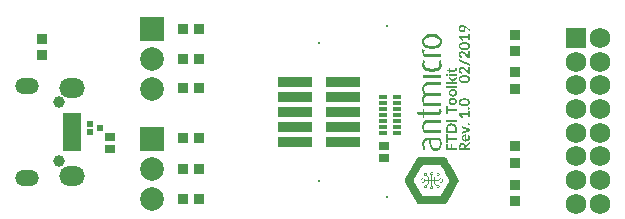
<source format=gts>
%FSLAX44Y44*%
%MOMM*%
G71*
G01*
G75*
G04 Layer_Color=8388736*
%ADD10R,0.7620X0.7620*%
%ADD11R,0.5000X0.2000*%
%ADD12R,0.7620X0.7620*%
%ADD13R,0.3000X0.3000*%
%ADD14R,1.3000X0.4500*%
%ADD15R,2.7940X0.7366*%
%ADD16R,0.6200X0.5700*%
%ADD17C,0.1500*%
%ADD18C,0.2540*%
%ADD19C,0.1524*%
%ADD20O,2.0000X1.4500*%
%ADD21O,1.8000X1.1500*%
%ADD22C,0.8000*%
%ADD23C,1.5240*%
%ADD24R,1.5240X1.5240*%
%ADD25C,1.8000*%
%ADD26R,1.8000X1.8000*%
%ADD27C,0.6100*%
%ADD28C,0.6000*%
%ADD29C,3.3000*%
%ADD30R,0.6000X0.5500*%
%ADD31R,0.9500X0.9500*%
%ADD32R,0.5500X0.6000*%
%ADD33R,0.9500X0.9500*%
%ADD34R,0.8500X0.3500*%
%ADD35R,1.5000X1.0000*%
%ADD36O,0.8000X0.3000*%
%ADD37O,0.3000X0.8000*%
%ADD38R,1.2500X0.3000*%
%ADD39O,0.3500X1.7500*%
%ADD40O,1.7500X0.3500*%
%ADD41R,0.9700X0.9600*%
%ADD42R,0.5700X0.6200*%
%ADD43R,1.4000X2.2000*%
%ADD44C,0.4000*%
%ADD45C,0.2286*%
%ADD46C,0.1778*%
%ADD47R,0.9652X0.9652*%
%ADD48R,0.7032X0.4032*%
%ADD49R,0.9652X0.9652*%
%ADD50R,0.5032X0.5032*%
%ADD51R,1.5032X0.6532*%
%ADD52R,2.8956X0.8382*%
%ADD53R,0.8232X0.7732*%
%ADD54C,0.2032*%
%ADD55O,2.2032X1.6532*%
%ADD56O,2.0032X1.3532*%
%ADD57C,1.0032*%
%ADD58C,1.7272*%
%ADD59R,1.7272X1.7272*%
%ADD60C,2.0032*%
%ADD61R,2.0032X2.0032*%
%ADD62C,0.0100*%
G36*
X1669000Y1208244D02*
X1659583D01*
Y1209809D01*
X1669000D01*
Y1208244D01*
D02*
G37*
G36*
Y1215970D02*
Y1215956D01*
Y1215941D01*
X1668986Y1215857D01*
X1668944Y1215645D01*
X1668929Y1215631D01*
X1668901Y1215575D01*
X1668831Y1215504D01*
X1668732Y1215434D01*
X1666265Y1213770D01*
X1666181Y1213714D01*
X1666110Y1213658D01*
X1666068Y1213587D01*
X1666054Y1213573D01*
X1666040Y1213517D01*
X1666026Y1213305D01*
Y1212953D01*
X1669000D01*
Y1211374D01*
X1659583D01*
Y1212953D01*
X1664982D01*
Y1213235D01*
Y1213333D01*
X1664940Y1213488D01*
X1664898Y1213545D01*
X1664855Y1213601D01*
X1664771Y1213672D01*
X1662769Y1215293D01*
X1662699Y1215363D01*
X1662628Y1215434D01*
X1662572Y1215518D01*
X1662529Y1215603D01*
X1662515Y1215716D01*
X1662501Y1215843D01*
Y1217266D01*
X1664912Y1215251D01*
X1664926Y1215237D01*
X1664954Y1215208D01*
X1665067Y1215110D01*
X1665208Y1214969D01*
X1665278Y1214884D01*
X1665349Y1214785D01*
X1665419Y1214856D01*
X1665574Y1215011D01*
X1665603Y1215025D01*
X1665659Y1215081D01*
X1665842Y1215222D01*
X1669000Y1217393D01*
Y1215970D01*
D02*
G37*
G36*
X1666209Y1206990D02*
X1666660Y1206919D01*
X1667139Y1206792D01*
X1667167Y1206778D01*
X1667238Y1206750D01*
X1667506Y1206623D01*
X1667844Y1206426D01*
X1668197Y1206144D01*
X1668211Y1206130D01*
X1668267Y1206074D01*
X1668436Y1205862D01*
X1668549Y1205707D01*
X1668662Y1205538D01*
X1668760Y1205340D01*
X1668859Y1205129D01*
X1668873Y1205101D01*
X1668887Y1205030D01*
X1668972Y1204748D01*
X1669014Y1204551D01*
X1669042Y1204325D01*
X1669070Y1204086D01*
X1669085Y1203818D01*
Y1203804D01*
Y1203790D01*
Y1203691D01*
X1669056Y1203381D01*
X1668986Y1202944D01*
X1668859Y1202479D01*
X1668845Y1202450D01*
X1668817Y1202380D01*
X1668690Y1202126D01*
X1668478Y1201802D01*
X1668197Y1201464D01*
X1668112Y1201393D01*
X1667900Y1201224D01*
X1667562Y1201013D01*
X1667365Y1200914D01*
X1667139Y1200815D01*
X1667026Y1200787D01*
X1666730Y1200703D01*
X1666519Y1200660D01*
X1666293Y1200632D01*
X1665744Y1200590D01*
X1665278Y1200618D01*
X1664827Y1200688D01*
X1664348Y1200815D01*
X1663981Y1200984D01*
X1663643Y1201196D01*
X1663305Y1201464D01*
X1663051Y1201746D01*
X1662952Y1201901D01*
X1662840Y1202070D01*
X1662741Y1202267D01*
X1662642Y1202479D01*
X1662600Y1202591D01*
X1662515Y1202873D01*
X1662445Y1203296D01*
X1662417Y1203550D01*
X1662403Y1203818D01*
X1662431Y1204255D01*
X1662501Y1204678D01*
X1662642Y1205129D01*
X1662811Y1205481D01*
X1663023Y1205806D01*
X1663305Y1206144D01*
X1663319Y1206158D01*
X1663375Y1206214D01*
X1663587Y1206384D01*
X1663742Y1206482D01*
X1663925Y1206595D01*
X1664122Y1206708D01*
X1664348Y1206792D01*
X1664376Y1206806D01*
X1664461Y1206835D01*
X1664757Y1206905D01*
X1664954Y1206947D01*
X1665194Y1206990D01*
X1665744Y1207018D01*
X1665871D01*
X1666209Y1206990D01*
D02*
G37*
G36*
X1676123Y1218817D02*
X1676800Y1218733D01*
X1677505Y1218592D01*
X1677519D01*
X1677547Y1218577D01*
X1677646Y1218549D01*
X1678026Y1218408D01*
X1678492Y1218183D01*
X1678745Y1218042D01*
X1678971Y1217873D01*
X1678999Y1217859D01*
X1679070Y1217788D01*
X1679295Y1217577D01*
X1679436Y1217407D01*
X1679577Y1217224D01*
X1679718Y1217027D01*
X1679831Y1216801D01*
X1679845Y1216773D01*
X1679873Y1216689D01*
X1679915Y1216576D01*
X1679958Y1216407D01*
X1680014Y1216209D01*
X1680056Y1215984D01*
X1680085Y1215730D01*
X1680099Y1215476D01*
Y1215448D01*
X1680085Y1215349D01*
X1680056Y1215039D01*
X1679986Y1214602D01*
X1679831Y1214137D01*
X1679817Y1214109D01*
X1679774Y1214038D01*
X1679619Y1213784D01*
X1679352Y1213432D01*
X1679168Y1213249D01*
X1678971Y1213080D01*
X1678872Y1213009D01*
X1678745Y1212925D01*
X1678576Y1212826D01*
X1678351Y1212713D01*
X1678111Y1212586D01*
X1677815Y1212474D01*
X1677505Y1212375D01*
X1677350Y1212333D01*
X1676913Y1212248D01*
X1676250Y1212163D01*
X1675856Y1212135D01*
X1675419Y1212121D01*
X1674714Y1212149D01*
X1674037Y1212234D01*
X1673346Y1212375D01*
X1672825Y1212558D01*
X1672345Y1212784D01*
X1672106Y1212925D01*
X1671880Y1213080D01*
X1671556Y1213376D01*
X1671415Y1213531D01*
X1671274Y1213714D01*
X1671133Y1213925D01*
X1671020Y1214137D01*
X1670978Y1214250D01*
X1670879Y1214532D01*
X1670823Y1214743D01*
X1670781Y1214969D01*
X1670752Y1215208D01*
X1670738Y1215476D01*
X1670766Y1215913D01*
X1670851Y1216336D01*
X1671020Y1216801D01*
X1671077Y1216900D01*
X1671232Y1217168D01*
X1671499Y1217520D01*
X1671683Y1217703D01*
X1671880Y1217873D01*
X1671908Y1217901D01*
X1671979Y1217943D01*
X1672275Y1218140D01*
X1672486Y1218253D01*
X1672740Y1218366D01*
X1673022Y1218493D01*
X1673346Y1218592D01*
X1673360D01*
X1673389Y1218606D01*
X1673501Y1218634D01*
X1673938Y1218718D01*
X1674587Y1218803D01*
X1674982Y1218831D01*
X1675419Y1218845D01*
X1675616D01*
X1676123Y1218817D01*
D02*
G37*
G36*
X1660725Y1219987D02*
X1660993Y1219917D01*
X1661021Y1219903D01*
X1661092Y1219860D01*
X1661303Y1219691D01*
X1661317Y1219663D01*
X1661373Y1219607D01*
X1661444Y1219508D01*
X1661514Y1219381D01*
Y1219367D01*
X1661529Y1219353D01*
X1661543Y1219268D01*
X1661585Y1218986D01*
Y1218972D01*
Y1218958D01*
X1661571Y1218859D01*
X1661514Y1218606D01*
Y1218592D01*
X1661500Y1218577D01*
X1661458Y1218493D01*
X1661303Y1218281D01*
X1661204Y1218211D01*
X1661106Y1218140D01*
X1660993Y1218070D01*
X1660880Y1218042D01*
X1660598Y1217999D01*
X1660471Y1218014D01*
X1660204Y1218070D01*
X1660091Y1218126D01*
X1659992Y1218197D01*
X1659893Y1218281D01*
X1659809Y1218380D01*
X1659738Y1218479D01*
X1659682Y1218606D01*
X1659640Y1218718D01*
X1659611Y1218845D01*
X1659597Y1218986D01*
X1659611Y1219113D01*
X1659682Y1219381D01*
X1659738Y1219494D01*
X1659795Y1219593D01*
X1659893Y1219691D01*
X1659922Y1219719D01*
X1659978Y1219776D01*
X1660077Y1219846D01*
X1660204Y1219917D01*
X1660218D01*
X1660232Y1219931D01*
X1660316Y1219959D01*
X1660443Y1219987D01*
X1660598Y1220001D01*
X1660626D01*
X1660725Y1219987D01*
D02*
G37*
G36*
X1680000Y1248632D02*
X1678830D01*
Y1250493D01*
X1673487D01*
X1672839Y1250507D01*
X1673938Y1249196D01*
X1673952Y1249182D01*
X1673981Y1249126D01*
X1674023Y1249055D01*
X1674051Y1248971D01*
Y1248957D01*
Y1248900D01*
Y1248759D01*
Y1248745D01*
X1674037Y1248703D01*
X1673995Y1248576D01*
X1673981Y1248562D01*
X1673952Y1248534D01*
X1673882Y1248477D01*
X1673205Y1247970D01*
X1670823Y1250775D01*
Y1252058D01*
X1678830D01*
Y1253707D01*
X1680000D01*
Y1248632D01*
D02*
G37*
G36*
X1676123Y1199109D02*
X1676800Y1199025D01*
X1677505Y1198884D01*
X1677519D01*
X1677547Y1198870D01*
X1677646Y1198842D01*
X1678026Y1198701D01*
X1678492Y1198475D01*
X1678745Y1198334D01*
X1678971Y1198165D01*
X1678999Y1198151D01*
X1679070Y1198081D01*
X1679295Y1197869D01*
X1679436Y1197700D01*
X1679577Y1197517D01*
X1679718Y1197319D01*
X1679831Y1197094D01*
X1679845Y1197066D01*
X1679873Y1196981D01*
X1679915Y1196868D01*
X1679958Y1196699D01*
X1680014Y1196502D01*
X1680056Y1196276D01*
X1680085Y1196022D01*
X1680099Y1195769D01*
Y1195740D01*
X1680085Y1195642D01*
X1680056Y1195331D01*
X1679986Y1194894D01*
X1679831Y1194429D01*
X1679817Y1194401D01*
X1679774Y1194331D01*
X1679619Y1194077D01*
X1679352Y1193725D01*
X1679168Y1193541D01*
X1678971Y1193372D01*
X1678872Y1193302D01*
X1678745Y1193217D01*
X1678576Y1193118D01*
X1678351Y1193006D01*
X1678111Y1192879D01*
X1677815Y1192766D01*
X1677505Y1192667D01*
X1677350Y1192625D01*
X1676913Y1192540D01*
X1676250Y1192456D01*
X1675856Y1192428D01*
X1675419Y1192413D01*
X1674714Y1192442D01*
X1674037Y1192526D01*
X1673346Y1192667D01*
X1672825Y1192850D01*
X1672345Y1193076D01*
X1672106Y1193217D01*
X1671880Y1193372D01*
X1671556Y1193668D01*
X1671415Y1193823D01*
X1671274Y1194006D01*
X1671133Y1194218D01*
X1671020Y1194429D01*
X1670978Y1194542D01*
X1670879Y1194824D01*
X1670823Y1195035D01*
X1670781Y1195261D01*
X1670752Y1195501D01*
X1670738Y1195769D01*
X1670766Y1196206D01*
X1670851Y1196628D01*
X1671020Y1197094D01*
X1671077Y1197192D01*
X1671232Y1197460D01*
X1671499Y1197813D01*
X1671683Y1197996D01*
X1671880Y1198165D01*
X1671908Y1198193D01*
X1671979Y1198235D01*
X1672275Y1198433D01*
X1672486Y1198546D01*
X1672740Y1198658D01*
X1673022Y1198785D01*
X1673346Y1198884D01*
X1673360D01*
X1673389Y1198898D01*
X1673501Y1198926D01*
X1673938Y1199011D01*
X1674587Y1199095D01*
X1674982Y1199124D01*
X1675419Y1199138D01*
X1675616D01*
X1676123Y1199109D01*
D02*
G37*
G36*
X1669000Y1218211D02*
X1662501D01*
Y1219790D01*
X1669000D01*
Y1218211D01*
D02*
G37*
G36*
X1668549Y1225245D02*
X1668577Y1225203D01*
X1668690Y1225034D01*
X1668760Y1224921D01*
X1668831Y1224780D01*
X1668901Y1224639D01*
X1668958Y1224470D01*
Y1224456D01*
X1668972Y1224400D01*
X1669028Y1224188D01*
X1669070Y1223906D01*
X1669099Y1223554D01*
Y1223540D01*
Y1223511D01*
X1669085Y1223413D01*
X1669042Y1223074D01*
X1668986Y1222863D01*
X1668901Y1222652D01*
X1668789Y1222440D01*
X1668634Y1222257D01*
X1668549Y1222186D01*
X1668436Y1222116D01*
X1668281Y1222031D01*
X1668098Y1221947D01*
X1667872Y1221876D01*
X1667604Y1221820D01*
X1667308Y1221806D01*
X1663671D01*
Y1221129D01*
Y1221115D01*
X1663657Y1221059D01*
X1663629Y1220988D01*
X1663587Y1220918D01*
X1663530Y1220875D01*
X1663446Y1220847D01*
X1663347Y1220833D01*
X1662727D01*
X1662544Y1221876D01*
X1660767Y1222200D01*
X1660697Y1222229D01*
X1660570Y1222327D01*
X1660528Y1222384D01*
X1660514Y1222454D01*
X1660500Y1222553D01*
Y1223371D01*
X1662558D01*
Y1225104D01*
X1663671D01*
Y1223371D01*
X1667252D01*
X1667365Y1223385D01*
X1667534Y1223427D01*
X1667675Y1223511D01*
X1667760Y1223624D01*
X1667816Y1223751D01*
X1667844Y1223920D01*
X1667816Y1224174D01*
X1667745Y1224343D01*
X1667675Y1224470D01*
X1667647Y1224512D01*
X1667633Y1224583D01*
Y1224625D01*
X1667675Y1224696D01*
X1667774Y1224794D01*
X1668535Y1225259D01*
X1668549Y1225245D01*
D02*
G37*
G36*
X1661233Y1165812D02*
X1669000D01*
Y1164107D01*
X1661233D01*
Y1161344D01*
X1659837D01*
Y1168575D01*
X1661233D01*
Y1165812D01*
D02*
G37*
G36*
X1665025Y1177894D02*
X1665631Y1177795D01*
X1666279Y1177598D01*
X1666293D01*
X1666322Y1177583D01*
X1666420Y1177541D01*
X1666773Y1177358D01*
X1666998Y1177217D01*
X1667238Y1177062D01*
X1667492Y1176864D01*
X1667731Y1176653D01*
X1667760Y1176625D01*
X1667830Y1176540D01*
X1668070Y1176244D01*
X1668225Y1176033D01*
X1668309Y1175906D01*
X1668380Y1175779D01*
X1668535Y1175497D01*
X1668676Y1175187D01*
Y1175173D01*
X1668690Y1175145D01*
X1668732Y1175032D01*
X1668831Y1174623D01*
X1668901Y1174341D01*
X1668944Y1174017D01*
X1668986Y1173664D01*
X1669000Y1173481D01*
Y1173284D01*
Y1169788D01*
X1659837D01*
Y1173284D01*
Y1173467D01*
X1659879Y1173918D01*
X1659978Y1174524D01*
X1660175Y1175187D01*
X1660415Y1175694D01*
X1660711Y1176174D01*
X1660908Y1176413D01*
X1661120Y1176653D01*
X1661148Y1176681D01*
X1661233Y1176752D01*
X1661529Y1177005D01*
X1661740Y1177146D01*
X1661853Y1177231D01*
X1661994Y1177301D01*
X1662262Y1177457D01*
X1662572Y1177598D01*
X1662586D01*
X1662614Y1177612D01*
X1662713Y1177654D01*
X1662896Y1177710D01*
X1663122Y1177767D01*
X1663389Y1177823D01*
X1663714Y1177879D01*
X1663869Y1177908D01*
X1664052Y1177922D01*
X1664418Y1177936D01*
X1664588D01*
X1665025Y1177894D01*
D02*
G37*
G36*
X1680014Y1228389D02*
X1680028D01*
X1680056Y1228375D01*
X1680183Y1228304D01*
X1680324Y1228192D01*
X1680451Y1228037D01*
Y1228023D01*
X1680465Y1227994D01*
X1680522Y1227881D01*
X1680564Y1227740D01*
X1680592Y1227557D01*
Y1226895D01*
X1671133Y1230588D01*
X1670978Y1230673D01*
X1670851Y1230771D01*
X1670724Y1230898D01*
X1670654Y1231039D01*
X1670611Y1231194D01*
X1670583Y1231392D01*
Y1232068D01*
X1680014Y1228389D01*
D02*
G37*
G36*
X1661190Y1156706D02*
X1663911D01*
Y1160145D01*
X1665264D01*
Y1156706D01*
X1669000D01*
Y1155000D01*
X1659837D01*
Y1160780D01*
X1661190D01*
Y1156706D01*
D02*
G37*
G36*
X1680000Y1219649D02*
X1679492D01*
X1679380Y1219663D01*
X1679154Y1219705D01*
X1679055Y1219762D01*
X1678844Y1219931D01*
X1676053Y1222708D01*
X1675827Y1222919D01*
X1675616Y1223117D01*
X1675376Y1223328D01*
X1675179Y1223497D01*
X1674967Y1223638D01*
X1674742Y1223793D01*
X1674545Y1223892D01*
X1674333Y1223991D01*
X1674093Y1224075D01*
X1673882Y1224132D01*
X1673656Y1224160D01*
X1673530Y1224174D01*
X1673403D01*
X1673205Y1224160D01*
X1672825Y1224075D01*
X1672670Y1224005D01*
X1672543Y1223934D01*
X1672402Y1223808D01*
X1672388D01*
X1672374Y1223779D01*
X1672303Y1223695D01*
X1672204Y1223554D01*
X1672134Y1223385D01*
Y1223371D01*
X1672120Y1223342D01*
X1672092Y1223230D01*
X1672063Y1223060D01*
X1672049Y1222849D01*
Y1222835D01*
Y1222807D01*
X1672063Y1222680D01*
X1672134Y1222327D01*
Y1222313D01*
X1672148Y1222285D01*
X1672190Y1222186D01*
X1672359Y1221904D01*
X1672388Y1221876D01*
X1672458Y1221792D01*
X1672557Y1221693D01*
X1672698Y1221594D01*
X1672712D01*
X1672726Y1221580D01*
X1672811Y1221524D01*
X1672952Y1221453D01*
X1673107Y1221397D01*
X1673121D01*
X1673149Y1221383D01*
X1673262Y1221326D01*
X1673403Y1221242D01*
X1673459Y1221185D01*
X1673501Y1221115D01*
X1673515Y1221087D01*
X1673530Y1220988D01*
X1673544Y1220833D01*
X1673530Y1220622D01*
X1673389Y1219804D01*
X1672994Y1219889D01*
X1672233Y1220171D01*
X1671936Y1220354D01*
X1671669Y1220565D01*
X1671528Y1220706D01*
X1671401Y1220847D01*
X1671344Y1220918D01*
X1671218Y1221115D01*
X1671133Y1221256D01*
X1671048Y1221425D01*
X1670978Y1221594D01*
X1670907Y1221792D01*
X1670823Y1222130D01*
X1670766Y1222496D01*
X1670738Y1222708D01*
Y1222934D01*
X1670766Y1223314D01*
X1670809Y1223695D01*
X1670922Y1224089D01*
X1670950Y1224174D01*
X1671062Y1224400D01*
X1671218Y1224696D01*
X1671457Y1224992D01*
X1671514Y1225048D01*
X1671683Y1225203D01*
X1671810Y1225302D01*
X1671951Y1225400D01*
X1672106Y1225485D01*
X1672275Y1225570D01*
X1672289Y1225584D01*
X1672359Y1225598D01*
X1672585Y1225682D01*
X1672923Y1225753D01*
X1673135Y1225767D01*
X1673346Y1225781D01*
X1673431D01*
X1673656Y1225767D01*
X1673952Y1225711D01*
X1674291Y1225626D01*
X1674305D01*
X1674361Y1225598D01*
X1674545Y1225527D01*
X1675108Y1225231D01*
X1675123Y1225217D01*
X1675179Y1225189D01*
X1675348Y1225076D01*
X1675870Y1224653D01*
X1675884Y1224639D01*
X1675926Y1224597D01*
X1676095Y1224442D01*
X1676617Y1223949D01*
X1678731Y1221876D01*
X1678689Y1222059D01*
X1678604Y1222468D01*
X1678576Y1222652D01*
X1678548Y1223032D01*
Y1225386D01*
X1678562Y1225527D01*
X1678604Y1225654D01*
X1678689Y1225781D01*
Y1225795D01*
X1678717Y1225809D01*
X1678788Y1225866D01*
X1678914Y1225908D01*
X1679070Y1225936D01*
X1680000D01*
Y1219649D01*
D02*
G37*
G36*
X1666209Y1199702D02*
X1666660Y1199631D01*
X1667139Y1199504D01*
X1667167Y1199490D01*
X1667238Y1199462D01*
X1667506Y1199335D01*
X1667844Y1199138D01*
X1668197Y1198856D01*
X1668211Y1198842D01*
X1668267Y1198785D01*
X1668436Y1198574D01*
X1668549Y1198419D01*
X1668662Y1198250D01*
X1668760Y1198052D01*
X1668859Y1197841D01*
X1668873Y1197813D01*
X1668887Y1197742D01*
X1668972Y1197460D01*
X1669014Y1197263D01*
X1669042Y1197037D01*
X1669070Y1196798D01*
X1669085Y1196530D01*
Y1196516D01*
Y1196502D01*
Y1196403D01*
X1669056Y1196093D01*
X1668986Y1195656D01*
X1668859Y1195191D01*
X1668845Y1195162D01*
X1668817Y1195092D01*
X1668690Y1194838D01*
X1668478Y1194514D01*
X1668197Y1194176D01*
X1668112Y1194105D01*
X1667900Y1193936D01*
X1667562Y1193725D01*
X1667365Y1193626D01*
X1667139Y1193527D01*
X1667026Y1193499D01*
X1666730Y1193414D01*
X1666519Y1193372D01*
X1666293Y1193344D01*
X1665744Y1193302D01*
X1665278Y1193330D01*
X1664827Y1193400D01*
X1664348Y1193527D01*
X1663981Y1193696D01*
X1663643Y1193908D01*
X1663305Y1194176D01*
X1663051Y1194457D01*
X1662952Y1194613D01*
X1662840Y1194782D01*
X1662741Y1194979D01*
X1662642Y1195191D01*
X1662600Y1195303D01*
X1662515Y1195585D01*
X1662445Y1196008D01*
X1662417Y1196262D01*
X1662403Y1196530D01*
X1662431Y1196967D01*
X1662501Y1197390D01*
X1662642Y1197841D01*
X1662811Y1198193D01*
X1663023Y1198518D01*
X1663305Y1198856D01*
X1663319Y1198870D01*
X1663375Y1198926D01*
X1663587Y1199095D01*
X1663742Y1199194D01*
X1663925Y1199307D01*
X1664122Y1199420D01*
X1664348Y1199504D01*
X1664376Y1199518D01*
X1664461Y1199547D01*
X1664757Y1199617D01*
X1664954Y1199659D01*
X1665194Y1199702D01*
X1665744Y1199730D01*
X1665871D01*
X1666209Y1199702D01*
D02*
G37*
G36*
X1674009Y1261193D02*
X1674559Y1261136D01*
X1674573D01*
X1674629Y1261122D01*
X1674798Y1261080D01*
X1675292Y1260925D01*
X1675306D01*
X1675348Y1260897D01*
X1675503Y1260840D01*
X1675982Y1260601D01*
X1675997Y1260587D01*
X1676039Y1260573D01*
X1676194Y1260474D01*
X1676645Y1260178D01*
X1679648Y1258077D01*
X1679676Y1258063D01*
X1679732Y1258007D01*
X1679817Y1257894D01*
X1679901Y1257753D01*
Y1257739D01*
X1679915Y1257711D01*
X1679944Y1257612D01*
X1679986Y1257457D01*
X1680000Y1257274D01*
Y1255836D01*
X1676448Y1258683D01*
X1676194Y1258881D01*
X1675940Y1259064D01*
X1675954Y1259050D01*
X1675968Y1259008D01*
X1676053Y1258867D01*
X1676151Y1258641D01*
X1676208Y1258514D01*
X1676250Y1258373D01*
Y1258359D01*
X1676264Y1258303D01*
X1676293Y1258134D01*
X1676335Y1257880D01*
X1676349Y1257725D01*
Y1257570D01*
Y1257556D01*
Y1257485D01*
X1676321Y1257274D01*
X1676180Y1256625D01*
X1676166Y1256611D01*
X1676151Y1256555D01*
X1676053Y1256357D01*
X1675898Y1256104D01*
X1675686Y1255822D01*
X1675461Y1255624D01*
X1675193Y1255427D01*
X1675038Y1255328D01*
X1674855Y1255244D01*
X1674530Y1255145D01*
X1674164Y1255061D01*
X1673952Y1255046D01*
X1673713Y1255032D01*
X1673332Y1255061D01*
X1672966Y1255131D01*
X1672557Y1255258D01*
X1672233Y1255427D01*
X1671922Y1255624D01*
X1671767Y1255751D01*
X1671612Y1255892D01*
X1671373Y1256174D01*
X1671175Y1256498D01*
X1671062Y1256682D01*
X1670978Y1256893D01*
X1670936Y1256992D01*
X1670851Y1257274D01*
X1670781Y1257669D01*
X1670752Y1257908D01*
X1670738Y1258162D01*
X1670766Y1258585D01*
X1670837Y1258994D01*
X1670964Y1259431D01*
X1671119Y1259769D01*
X1671316Y1260079D01*
X1671584Y1260389D01*
X1671598Y1260403D01*
X1671655Y1260460D01*
X1671852Y1260615D01*
X1671993Y1260713D01*
X1672148Y1260812D01*
X1672345Y1260911D01*
X1672543Y1260995D01*
X1672571Y1261010D01*
X1672641Y1261024D01*
X1672895Y1261108D01*
X1673290Y1261179D01*
X1673755Y1261207D01*
X1673826D01*
X1674009Y1261193D01*
D02*
G37*
G36*
X1669000Y1179430D02*
X1659837D01*
Y1181136D01*
X1669000D01*
Y1179430D01*
D02*
G37*
G36*
X1661233Y1189918D02*
X1669000D01*
Y1188213D01*
X1661233D01*
Y1185450D01*
X1659837D01*
Y1192681D01*
X1661233D01*
Y1189918D01*
D02*
G37*
G36*
X1656074Y1189303D02*
X1656140Y1188440D01*
X1655881Y1186880D01*
X1655115Y1185674D01*
X1653853Y1184895D01*
X1652111Y1184619D01*
X1641652D01*
Y1182782D01*
X1640023D01*
Y1184619D01*
X1636351D01*
X1635588Y1187097D01*
X1635683Y1187226D01*
X1640023D01*
Y1190011D01*
X1641652D01*
Y1187226D01*
X1652111D01*
X1653044Y1187352D01*
X1653743Y1187729D01*
X1654181Y1188350D01*
X1654333Y1189211D01*
X1654232Y1189890D01*
X1654336Y1190011D01*
X1655874D01*
X1656074Y1189303D01*
D02*
G37*
G36*
X1655905Y1212964D02*
X1656017Y1212851D01*
X1656015Y1210363D01*
X1656015D01*
Y1210363D01*
X1656010Y1210345D01*
X1655991Y1210337D01*
X1644855Y1210339D01*
Y1210339D01*
D01*
D01*
Y1210339D01*
X1644854Y1210339D01*
X1644853Y1210339D01*
X1644853Y1210339D01*
Y1210339D01*
D01*
D01*
Y1210339D01*
X1644103Y1210293D01*
X1643430Y1210155D01*
X1642841Y1209918D01*
X1642345Y1209578D01*
X1641947Y1209129D01*
X1641652Y1208566D01*
X1641470Y1207883D01*
X1641408Y1207075D01*
X1641514Y1206152D01*
X1641817Y1205329D01*
X1642291Y1204606D01*
X1642907Y1203988D01*
X1655904D01*
X1656017Y1203875D01*
X1656015Y1201385D01*
X1656015D01*
Y1201385D01*
X1656009Y1201366D01*
X1655990Y1201358D01*
X1644440Y1201360D01*
Y1201360D01*
D01*
D01*
Y1201360D01*
X1644440Y1201360D01*
X1644438Y1201360D01*
X1644438Y1201360D01*
Y1201360D01*
D01*
D01*
Y1201360D01*
X1643783Y1201312D01*
X1643194Y1201168D01*
X1642677Y1200920D01*
X1642239Y1200568D01*
X1641886Y1200105D01*
X1641625Y1199528D01*
X1641463Y1198830D01*
X1641408Y1198009D01*
X1641530Y1196394D01*
X1641937Y1195040D01*
X1655904D01*
X1656017Y1194927D01*
X1656015Y1192438D01*
X1656015D01*
Y1192438D01*
X1656009Y1192419D01*
X1655990Y1192411D01*
X1640852Y1192413D01*
Y1192413D01*
X1640852D01*
X1640833Y1192419D01*
X1640829Y1192430D01*
X1640011Y1194938D01*
X1640011Y1194938D01*
X1640009Y1194943D01*
X1639704Y1197916D01*
X1639703Y1197916D01*
X1639704Y1197921D01*
D01*
D01*
Y1197921D01*
D01*
D01*
Y1197921D01*
D01*
D01*
Y1197921D01*
Y1197921D01*
D01*
Y1197921D01*
Y1197921D01*
D01*
Y1197921D01*
D01*
D01*
D01*
D01*
Y1197921D01*
D01*
D01*
Y1197921D01*
X1639704D01*
X1639824Y1199537D01*
D01*
X1639824D01*
D01*
D01*
X1639824Y1199537D01*
D01*
D01*
D01*
D01*
Y1199537D01*
D01*
D01*
D01*
D01*
Y1199537D01*
D01*
X1640182Y1200835D01*
D01*
D01*
D01*
D01*
D01*
D01*
X1640182D01*
X1640182Y1200835D01*
X1640182Y1200835D01*
X1640182D01*
D01*
X1640182Y1200836D01*
X1640183Y1200838D01*
X1640768Y1201880D01*
X1640768Y1201880D01*
X1640768Y1201880D01*
X1640768Y1201880D01*
X1640768D01*
X1640769Y1201881D01*
X1641560Y1202720D01*
Y1202720D01*
X1641560Y1202720D01*
X1641560D01*
X1640795Y1203603D01*
X1640796D01*
Y1203603D01*
D01*
D01*
D01*
D01*
D01*
D01*
D01*
D01*
D01*
D01*
D01*
D01*
D01*
D01*
D01*
D01*
D01*
D01*
Y1203603D01*
D01*
D01*
D01*
D01*
D01*
D01*
D01*
D01*
D01*
D01*
D01*
D01*
D01*
D01*
D01*
D01*
D01*
D01*
Y1203603D01*
X1640795D01*
X1640795Y1203604D01*
X1640205Y1204692D01*
D01*
Y1204692D01*
D01*
D01*
D01*
D01*
D01*
D01*
Y1204692D01*
X1640205Y1204692D01*
X1640203Y1204696D01*
X1639833Y1205936D01*
D01*
D01*
X1639833D01*
X1639833Y1205936D01*
D01*
D01*
X1639832Y1205941D01*
D01*
D01*
D01*
D01*
D01*
D01*
D01*
X1639832D01*
X1639832D01*
D01*
D01*
D01*
X1639704Y1207309D01*
D01*
X1639704D01*
D01*
D01*
D01*
D01*
X1639704Y1207309D01*
D01*
D01*
D01*
D01*
D01*
D01*
Y1207309D01*
D01*
D01*
Y1207309D01*
X1639705Y1207316D01*
X1640080Y1209845D01*
X1640080Y1209845D01*
Y1209845D01*
D01*
X1640080D01*
D01*
Y1209845D01*
D01*
D01*
X1641140Y1211605D01*
D01*
D01*
X1641140Y1211605D01*
D01*
D01*
X1641140Y1211606D01*
X1641147Y1211613D01*
D01*
D01*
D01*
D01*
X1641147D01*
D01*
Y1211613D01*
D01*
X1641148Y1211614D01*
D01*
Y1211614D01*
D01*
D01*
Y1211614D01*
D01*
Y1211614D01*
X1641148D01*
D01*
X1642776Y1212631D01*
Y1212631D01*
Y1212631D01*
D01*
D01*
D01*
D01*
D01*
D01*
D01*
D01*
D01*
D01*
D01*
Y1212631D01*
X1642776D01*
D01*
D01*
D01*
D01*
D01*
D01*
X1642776D01*
X1642776Y1212631D01*
D01*
X1642776Y1212631D01*
X1642776Y1212631D01*
D01*
D01*
Y1212631D01*
D01*
D01*
X1642776Y1212631D01*
D01*
D01*
D01*
Y1212631D01*
D01*
X1642776D01*
X1642785Y1212635D01*
X1644879Y1212964D01*
X1644879Y1212964D01*
X1644879D01*
X1644879D01*
X1644883Y1212966D01*
Y1212966D01*
D01*
X1655905Y1212964D01*
D02*
G37*
G36*
X1680000Y1160625D02*
Y1160611D01*
Y1160554D01*
X1679958Y1160385D01*
X1679859Y1160174D01*
X1679774Y1160075D01*
X1679662Y1159990D01*
X1676729Y1158059D01*
X1676631Y1157989D01*
X1676560Y1157918D01*
X1676490Y1157819D01*
X1676476Y1157791D01*
X1676448Y1157721D01*
X1676434Y1157608D01*
X1676419Y1157439D01*
Y1156706D01*
X1680000D01*
Y1155000D01*
X1670837D01*
Y1157791D01*
X1670865Y1158341D01*
X1670922Y1158863D01*
X1671034Y1159398D01*
X1671175Y1159793D01*
X1671330Y1160145D01*
X1671570Y1160498D01*
X1671626Y1160568D01*
X1671810Y1160738D01*
X1672077Y1160935D01*
X1672233Y1161033D01*
X1672416Y1161118D01*
X1672430Y1161132D01*
X1672500Y1161146D01*
X1672726Y1161231D01*
X1673064Y1161301D01*
X1673262Y1161316D01*
X1673473Y1161330D01*
X1673558D01*
X1673755Y1161316D01*
X1674037Y1161273D01*
X1674347Y1161189D01*
X1674361D01*
X1674418Y1161160D01*
X1674587Y1161090D01*
X1674841Y1160963D01*
X1675094Y1160794D01*
X1675108Y1160780D01*
X1675151Y1160752D01*
X1675292Y1160625D01*
X1675489Y1160413D01*
X1675588Y1160301D01*
X1675686Y1160160D01*
X1675700Y1160145D01*
X1675729Y1160089D01*
X1675827Y1159920D01*
X1675968Y1159652D01*
X1676095Y1159314D01*
X1676222Y1159497D01*
X1676391Y1159680D01*
X1676617Y1159864D01*
X1680000Y1162161D01*
Y1160625D01*
D02*
G37*
G36*
X1655990Y1178425D02*
X1644970D01*
X1643398Y1178231D01*
X1642277Y1177610D01*
X1641606Y1176499D01*
X1641384Y1174839D01*
X1641517Y1173331D01*
X1641919Y1172023D01*
X1655990D01*
Y1169418D01*
X1640852D01*
X1640034Y1171939D01*
X1639728Y1174839D01*
X1640071Y1177618D01*
X1641082Y1179546D01*
X1642726Y1180668D01*
X1644970Y1181032D01*
X1655990D01*
Y1178425D01*
D02*
G37*
G36*
Y1216471D02*
X1640023D01*
Y1219077D01*
X1655990D01*
Y1216471D01*
D02*
G37*
G36*
X1649726Y1253541D02*
X1651314Y1253257D01*
X1652727Y1252779D01*
X1653941Y1252102D01*
X1654929Y1251221D01*
X1655668Y1250135D01*
X1656129Y1248837D01*
X1656289Y1247324D01*
X1656129Y1245810D01*
X1655668Y1244512D01*
X1654929Y1243425D01*
X1653941Y1242545D01*
X1652727Y1241869D01*
X1651314Y1241391D01*
X1649726Y1241106D01*
X1647992Y1241013D01*
X1646267Y1241106D01*
X1644689Y1241391D01*
X1643282Y1241869D01*
X1642071Y1242545D01*
X1641085Y1243425D01*
X1640348Y1244512D01*
X1639887Y1245810D01*
X1639728Y1247324D01*
X1639887Y1248837D01*
X1640348Y1250136D01*
X1641085Y1251222D01*
X1642071Y1252102D01*
X1643282Y1252779D01*
X1644689Y1253257D01*
X1646267Y1253542D01*
X1647992Y1253635D01*
X1649726Y1253541D01*
D02*
G37*
G36*
X1676123Y1246800D02*
X1676800Y1246715D01*
X1677505Y1246574D01*
X1677519D01*
X1677547Y1246560D01*
X1677646Y1246532D01*
X1678026Y1246391D01*
X1678492Y1246165D01*
X1678745Y1246024D01*
X1678971Y1245855D01*
X1678999Y1245841D01*
X1679070Y1245771D01*
X1679295Y1245559D01*
X1679436Y1245390D01*
X1679577Y1245207D01*
X1679718Y1245009D01*
X1679831Y1244784D01*
X1679845Y1244756D01*
X1679873Y1244671D01*
X1679915Y1244558D01*
X1679958Y1244389D01*
X1680014Y1244192D01*
X1680056Y1243966D01*
X1680085Y1243712D01*
X1680099Y1243459D01*
Y1243430D01*
X1680085Y1243332D01*
X1680056Y1243022D01*
X1679986Y1242585D01*
X1679831Y1242120D01*
X1679817Y1242091D01*
X1679774Y1242021D01*
X1679619Y1241767D01*
X1679352Y1241415D01*
X1679168Y1241231D01*
X1678971Y1241062D01*
X1678872Y1240992D01*
X1678745Y1240907D01*
X1678576Y1240808D01*
X1678351Y1240696D01*
X1678111Y1240569D01*
X1677815Y1240456D01*
X1677505Y1240357D01*
X1677350Y1240315D01*
X1676913Y1240230D01*
X1676250Y1240146D01*
X1675856Y1240118D01*
X1675419Y1240104D01*
X1674714Y1240132D01*
X1674037Y1240216D01*
X1673346Y1240357D01*
X1672825Y1240541D01*
X1672345Y1240766D01*
X1672106Y1240907D01*
X1671880Y1241062D01*
X1671556Y1241358D01*
X1671415Y1241513D01*
X1671274Y1241697D01*
X1671133Y1241908D01*
X1671020Y1242120D01*
X1670978Y1242232D01*
X1670879Y1242514D01*
X1670823Y1242726D01*
X1670781Y1242951D01*
X1670752Y1243191D01*
X1670738Y1243459D01*
X1670766Y1243896D01*
X1670851Y1244319D01*
X1671020Y1244784D01*
X1671077Y1244883D01*
X1671232Y1245150D01*
X1671499Y1245503D01*
X1671683Y1245686D01*
X1671880Y1245855D01*
X1671908Y1245883D01*
X1671979Y1245926D01*
X1672275Y1246123D01*
X1672486Y1246236D01*
X1672740Y1246349D01*
X1673022Y1246476D01*
X1673346Y1246574D01*
X1673360D01*
X1673389Y1246588D01*
X1673501Y1246616D01*
X1673938Y1246701D01*
X1674587Y1246786D01*
X1674982Y1246814D01*
X1675419Y1246828D01*
X1675616D01*
X1676123Y1246800D01*
D02*
G37*
G36*
X1656015Y1229722D02*
X1656289Y1227697D01*
X1656133Y1226325D01*
X1655680Y1225103D01*
X1654952Y1224044D01*
X1653974Y1223155D01*
X1652766Y1222447D01*
X1651351Y1221929D01*
X1649752Y1221611D01*
X1647992Y1221504D01*
X1646234Y1221612D01*
X1644639Y1221933D01*
X1643229Y1222455D01*
X1642027Y1223166D01*
X1641054Y1224057D01*
X1640331Y1225116D01*
X1639882Y1226333D01*
X1639728Y1227697D01*
X1640001Y1229722D01*
X1640762Y1231281D01*
X1642190Y1230706D01*
X1642240Y1230554D01*
X1641979Y1230136D01*
X1641726Y1229522D01*
X1641561Y1228846D01*
X1641503Y1228140D01*
X1641991Y1226445D01*
X1643340Y1225201D01*
X1645380Y1224434D01*
X1647935Y1224172D01*
X1650468Y1224437D01*
X1652519Y1225211D01*
X1653892Y1226457D01*
X1654393Y1228140D01*
X1654339Y1228841D01*
X1654185Y1229507D01*
X1653943Y1230110D01*
X1653689Y1230523D01*
X1653739Y1230675D01*
X1655251Y1231282D01*
X1656015Y1229722D01*
D02*
G37*
G36*
X1641771Y1240048D02*
X1641569Y1239279D01*
X1641503Y1238420D01*
X1641599Y1237356D01*
X1641919Y1236404D01*
X1655990D01*
Y1233796D01*
X1640852D01*
X1640034Y1236178D01*
X1639728Y1239247D01*
X1639759Y1240111D01*
X1639801Y1240516D01*
X1639934Y1240604D01*
X1641771Y1240048D01*
D02*
G37*
G36*
X1679267Y1178077D02*
X1679521Y1178006D01*
X1679549Y1177992D01*
X1679619Y1177950D01*
X1679817Y1177795D01*
X1679831Y1177767D01*
X1679887Y1177710D01*
X1679958Y1177612D01*
X1680014Y1177499D01*
X1680028Y1177471D01*
X1680042Y1177386D01*
X1680070Y1177273D01*
X1680085Y1177118D01*
Y1177104D01*
Y1177090D01*
X1680070Y1176991D01*
X1680014Y1176738D01*
X1680000D01*
Y1176709D01*
X1679958Y1176639D01*
X1679817Y1176442D01*
X1679732Y1176371D01*
X1679633Y1176301D01*
X1679521Y1176230D01*
X1679408Y1176202D01*
X1679140Y1176160D01*
X1679013Y1176174D01*
X1678774Y1176230D01*
X1678661Y1176286D01*
X1678562Y1176357D01*
X1678463Y1176442D01*
X1678393Y1176526D01*
X1678322Y1176625D01*
X1678266Y1176738D01*
X1678224Y1176850D01*
X1678196Y1176977D01*
X1678181Y1177118D01*
X1678196Y1177245D01*
X1678266Y1177499D01*
X1678322Y1177598D01*
X1678463Y1177795D01*
X1678492Y1177823D01*
X1678548Y1177879D01*
X1678647Y1177950D01*
X1678774Y1178006D01*
X1678802Y1178020D01*
X1678886Y1178049D01*
X1678999Y1178077D01*
X1679140Y1178091D01*
X1679168D01*
X1679267Y1178077D01*
D02*
G37*
G36*
X1648243Y1136789D02*
X1648563Y1136657D01*
X1648838Y1136446D01*
X1649049Y1136171D01*
X1649182Y1135851D01*
X1649227Y1135507D01*
X1649182Y1135164D01*
X1649049Y1134843D01*
X1648838Y1134568D01*
X1648563Y1134358D01*
X1648270Y1134236D01*
D01*
X1648259Y1134241D01*
X1648259Y1134241D01*
X1648259Y1134214D01*
Y1134214D01*
Y1132600D01*
X1648260Y1129869D01*
X1650055D01*
X1650053Y1131897D01*
X1650055Y1131897D01*
X1650055Y1131897D01*
X1650055Y1131897D01*
Y1131897D01*
X1650055D01*
X1650055Y1131897D01*
X1650057Y1132002D01*
D01*
X1650057Y1132002D01*
D01*
D01*
D01*
Y1132003D01*
X1650057Y1132003D01*
D01*
D01*
D01*
Y1132003D01*
X1650057D01*
X1650119Y1132178D01*
D01*
Y1132178D01*
D01*
D01*
X1650119D01*
D01*
D01*
D01*
D01*
D01*
X1650119D01*
Y1132178D01*
D01*
D01*
X1650278Y1132366D01*
X1650278Y1132366D01*
Y1132366D01*
D01*
D01*
D01*
D01*
D01*
D01*
D01*
X1650278D01*
D01*
D01*
D01*
D01*
D01*
X1650278D01*
D01*
D01*
D01*
D01*
D01*
X1650278D01*
D01*
Y1132366D01*
D01*
D01*
D01*
X1650278D01*
D01*
D01*
D01*
D01*
D01*
D01*
X1650278Y1132366D01*
Y1132366D01*
X1650278D01*
D01*
Y1132366D01*
D01*
D01*
D01*
D01*
D01*
D01*
D01*
D01*
X1650278Y1132367D01*
X1650278D01*
D01*
Y1132367D01*
D01*
D01*
D01*
D01*
D01*
D01*
D01*
D01*
D01*
X1650279Y1132367D01*
X1650279D01*
D01*
D01*
D01*
D01*
Y1132367D01*
D01*
D01*
D01*
D01*
D01*
D01*
D01*
D01*
D01*
D01*
D01*
D01*
D01*
D01*
D01*
X1650279Y1132367D01*
D01*
D01*
D01*
D01*
D01*
D01*
D01*
D01*
D01*
D01*
D01*
D01*
D01*
D01*
D01*
D01*
D01*
D01*
D01*
D01*
D01*
D01*
D01*
D01*
D01*
Y1132367D01*
D01*
D01*
D01*
D01*
D01*
D01*
D01*
D01*
D01*
D01*
D01*
D01*
D01*
D01*
D01*
D01*
D01*
D01*
D01*
D01*
D01*
D01*
D01*
D01*
Y1132367D01*
D01*
D01*
D01*
D01*
X1650279D01*
D01*
D01*
D01*
X1650479Y1132583D01*
D01*
X1650479D01*
D01*
D01*
D01*
D01*
D01*
X1650479D01*
D01*
D01*
D01*
D01*
D01*
X1650479D01*
D01*
D01*
D01*
Y1132583D01*
D01*
D01*
X1650479Y1132584D01*
Y1132584D01*
D01*
D01*
D01*
D01*
D01*
D01*
D01*
Y1132584D01*
D01*
D01*
D01*
D01*
D01*
D01*
D01*
D01*
D01*
D01*
D01*
D01*
D01*
Y1132584D01*
D01*
D01*
D01*
X1650479D01*
D01*
D01*
D01*
D01*
D01*
D01*
D01*
X1650650Y1132766D01*
X1650650Y1132766D01*
Y1132766D01*
X1650650D01*
Y1132766D01*
D01*
D01*
D01*
X1650650Y1132766D01*
X1650650Y1132766D01*
X1650651Y1132766D01*
D01*
D01*
D01*
X1650651Y1132766D01*
X1650652D01*
X1650652Y1132766D01*
D01*
D01*
D01*
D01*
D01*
D01*
D01*
D01*
D01*
X1650652Y1132766D01*
X1650724Y1132843D01*
D01*
X1650724Y1132843D01*
Y1132843D01*
X1650726Y1132842D01*
D01*
D01*
D01*
X1650726D01*
X1650726Y1132842D01*
D01*
D01*
D01*
X1650726Y1132842D01*
X1652005Y1134125D01*
X1651903Y1134371D01*
X1651858Y1134714D01*
X1651903Y1135058D01*
X1652036Y1135378D01*
X1652247Y1135653D01*
X1652522Y1135864D01*
X1652842Y1135997D01*
X1653186Y1136042D01*
X1653529Y1135997D01*
X1653849Y1135864D01*
X1654124Y1135653D01*
X1654335Y1135378D01*
X1654468Y1135058D01*
X1654513Y1134714D01*
X1654468Y1134371D01*
X1654335Y1134051D01*
X1654124Y1133776D01*
X1653849Y1133565D01*
X1653529Y1133432D01*
X1653186Y1133387D01*
X1652842Y1133432D01*
X1652522Y1133565D01*
X1652486Y1133592D01*
X1652489Y1133597D01*
X1650992Y1132098D01*
X1650898Y1131997D01*
X1650787Y1131844D01*
X1650770Y1131695D01*
Y1129869D01*
X1653605Y1129870D01*
X1653621Y1129992D01*
X1653807Y1130441D01*
X1654103Y1130827D01*
X1654488Y1131123D01*
X1654937Y1131309D01*
X1655419Y1131372D01*
X1655901Y1131309D01*
X1656350Y1131123D01*
X1656736Y1130827D01*
X1657032Y1130441D01*
X1657218Y1129992D01*
X1657281Y1129510D01*
X1657218Y1129028D01*
X1657032Y1128579D01*
X1656736Y1128193D01*
X1656350Y1127897D01*
X1655901Y1127711D01*
X1655419Y1127648D01*
X1654937Y1127711D01*
X1654488Y1127897D01*
X1654103Y1128193D01*
X1653807Y1128579D01*
X1653621Y1129028D01*
X1653604Y1129153D01*
X1653608Y1129153D01*
X1650770D01*
Y1127325D01*
X1650787Y1127178D01*
X1650898Y1127025D01*
X1650992Y1126923D01*
X1652488Y1125428D01*
X1652516Y1125449D01*
X1652836Y1125582D01*
X1653179Y1125627D01*
X1653523Y1125582D01*
X1653843Y1125449D01*
X1654118Y1125238D01*
X1654329Y1124963D01*
X1654462Y1124643D01*
X1654507Y1124299D01*
X1654462Y1123956D01*
X1654329Y1123635D01*
X1654118Y1123360D01*
X1653843Y1123149D01*
X1653523Y1123017D01*
X1653179Y1122972D01*
X1652836Y1123017D01*
X1652516Y1123149D01*
X1652241Y1123360D01*
X1652030Y1123635D01*
X1651897Y1123956D01*
X1651852Y1124299D01*
X1651897Y1124643D01*
X1652001Y1124895D01*
X1652007Y1124897D01*
X1652007Y1124897D01*
X1651997Y1124906D01*
X1651997Y1124906D01*
X1650724Y1126178D01*
D01*
X1650724Y1126178D01*
D01*
X1650726Y1126179D01*
Y1126180D01*
X1650726Y1126180D01*
X1650726D01*
D01*
Y1126180D01*
X1650726D01*
X1650650Y1126254D01*
X1650651Y1126256D01*
X1650651Y1126256D01*
X1650478Y1126436D01*
Y1126436D01*
X1650479Y1126437D01*
Y1126437D01*
X1650479D01*
X1650479Y1126437D01*
D01*
D01*
Y1126438D01*
X1650479D01*
X1650479D01*
D01*
D01*
D01*
D01*
D01*
D01*
D01*
D01*
D01*
X1650479D01*
D01*
D01*
D01*
Y1126437D01*
X1650278Y1126653D01*
X1650278Y1126655D01*
X1650119Y1126843D01*
X1650119Y1126843D01*
X1650057Y1127018D01*
D01*
D01*
X1650057D01*
X1650057D01*
Y1127018D01*
D01*
X1650057Y1127019D01*
Y1127019D01*
D01*
D01*
X1650057Y1127019D01*
X1650057Y1127019D01*
X1650056Y1127026D01*
X1650053Y1127124D01*
X1650055Y1127124D01*
Y1129153D01*
X1648260D01*
X1648262Y1127103D01*
X1648260Y1127101D01*
X1648260D01*
X1648260Y1124768D01*
X1648520Y1124661D01*
X1648795Y1124450D01*
X1649006Y1124175D01*
X1649138Y1123855D01*
X1649184Y1123511D01*
X1649138Y1123167D01*
X1649006Y1122847D01*
X1648795Y1122572D01*
X1648520Y1122361D01*
X1648200Y1122229D01*
X1647856Y1122184D01*
X1647513Y1122229D01*
X1647192Y1122361D01*
X1646917Y1122572D01*
X1646706Y1122847D01*
X1646574Y1123167D01*
X1646529Y1123511D01*
X1646574Y1123855D01*
X1646706Y1124175D01*
X1646917Y1124450D01*
X1647192Y1124661D01*
X1647474Y1124767D01*
X1647474D01*
X1647543Y1124767D01*
D01*
D01*
D01*
D01*
D01*
Y1124767D01*
D01*
D01*
D01*
D01*
D01*
D01*
D01*
D01*
D01*
D01*
D01*
D01*
D01*
D01*
D01*
D01*
X1647543D01*
D01*
D01*
D01*
D01*
D01*
D01*
D01*
D01*
D01*
D01*
D01*
Y1124767D01*
D01*
D01*
D01*
D01*
D01*
D01*
D01*
D01*
D01*
D01*
D01*
D01*
D01*
D01*
X1647543D01*
D01*
D01*
D01*
D01*
D01*
D01*
D01*
D01*
D01*
Y1124767D01*
D01*
D01*
D01*
D01*
X1647543D01*
D01*
D01*
D01*
D01*
D01*
D01*
X1647543D01*
D01*
D01*
X1647543D01*
Y1124767D01*
D01*
D01*
D01*
D01*
X1647543D01*
D01*
D01*
D01*
D01*
D01*
D01*
D01*
D01*
D01*
D01*
D01*
D01*
D01*
D01*
D01*
D01*
D01*
D01*
D01*
D01*
D01*
D01*
D01*
D01*
D01*
D01*
D01*
Y1124767D01*
D01*
D01*
D01*
Y1124767D01*
D01*
D01*
D01*
D01*
D01*
D01*
D01*
D01*
D01*
D01*
Y1124767D01*
Y1124767D01*
X1647543Y1124837D01*
X1647543Y1124837D01*
X1647543D01*
Y1124840D01*
X1647543Y1124840D01*
X1647542Y1126995D01*
X1647541Y1127078D01*
X1647543Y1127080D01*
X1647543D01*
X1647544Y1129153D01*
X1645702D01*
X1645704Y1127124D01*
X1645702Y1127124D01*
D01*
D01*
X1645702D01*
D01*
Y1127124D01*
X1645702D01*
X1645702D01*
X1645702Y1127124D01*
D01*
D01*
Y1127124D01*
D01*
D01*
D01*
Y1127124D01*
D01*
D01*
X1645702D01*
X1645702D01*
X1645701Y1127026D01*
X1645699Y1127018D01*
X1645699Y1127018D01*
X1645699D01*
X1645699Y1127018D01*
X1645699Y1127018D01*
X1645699Y1127018D01*
X1645637Y1126842D01*
X1645637D01*
D01*
D01*
D01*
D01*
X1645637D01*
Y1126842D01*
D01*
D01*
D01*
D01*
D01*
D01*
D01*
D01*
D01*
D01*
D01*
D01*
X1645637D01*
D01*
Y1126842D01*
X1645637Y1126842D01*
D01*
X1645637D01*
D01*
D01*
D01*
D01*
Y1126842D01*
D01*
D01*
D01*
D01*
D01*
Y1126842D01*
X1645637Y1126842D01*
D01*
X1645637Y1126841D01*
X1645636Y1126840D01*
X1645636Y1126840D01*
D01*
D01*
D01*
D01*
D01*
D01*
D01*
X1645636Y1126840D01*
X1645636Y1126839D01*
X1645636Y1126838D01*
D01*
X1645633Y1126834D01*
D01*
X1645633D01*
D01*
D01*
D01*
D01*
D01*
X1645633D01*
D01*
D01*
Y1126834D01*
D01*
D01*
Y1126834D01*
D01*
Y1126834D01*
D01*
D01*
D01*
D01*
D01*
D01*
D01*
Y1126834D01*
D01*
D01*
D01*
X1645633D01*
X1645479Y1126653D01*
X1645479Y1126653D01*
D01*
D01*
D01*
D01*
D01*
X1645479D01*
Y1126653D01*
D01*
D01*
D01*
D01*
Y1126653D01*
D01*
D01*
D01*
D01*
D01*
D01*
D01*
D01*
D01*
D01*
D01*
D01*
D01*
D01*
D01*
Y1126653D01*
D01*
D01*
D01*
D01*
D01*
D01*
D01*
D01*
D01*
D01*
D01*
D01*
D01*
D01*
Y1126653D01*
D01*
D01*
D01*
D01*
D01*
D01*
D01*
D01*
X1645478Y1126653D01*
X1645478Y1126653D01*
X1645478Y1126654D01*
D01*
D01*
Y1126654D01*
D01*
D01*
D01*
D01*
D01*
D01*
D01*
D01*
D01*
X1645478D01*
D01*
D01*
D01*
D01*
D01*
D01*
D01*
D01*
D01*
D01*
D01*
D01*
D01*
D01*
D01*
D01*
D01*
D01*
D01*
D01*
D01*
D01*
D01*
X1645478D01*
D01*
D01*
X1645478D01*
X1645478D01*
X1645478D01*
X1645478D01*
D01*
D01*
D01*
D01*
D01*
D01*
D01*
D01*
D01*
D01*
X1645478D01*
D01*
D01*
D01*
Y1126654D01*
D01*
D01*
X1645478Y1126654D01*
D01*
D01*
D01*
D01*
D01*
D01*
D01*
D01*
D01*
X1645478D01*
D01*
Y1126654D01*
D01*
D01*
D01*
D01*
D01*
D01*
D01*
X1645477Y1126653D01*
X1645477Y1126653D01*
D01*
D01*
D01*
D01*
D01*
D01*
D01*
D01*
D01*
Y1126653D01*
D01*
D01*
D01*
D01*
D01*
D01*
D01*
D01*
D01*
D01*
D01*
Y1126653D01*
D01*
D01*
D01*
D01*
D01*
D01*
D01*
D01*
D01*
D01*
D01*
D01*
Y1126653D01*
D01*
D01*
D01*
Y1126653D01*
X1645279Y1126437D01*
X1645279Y1126437D01*
D01*
D01*
Y1126437D01*
D01*
X1645279Y1126437D01*
D01*
D01*
D01*
D01*
D01*
X1645279D01*
X1645278Y1126437D01*
X1645277Y1126437D01*
X1645277D01*
D01*
D01*
Y1126437D01*
D01*
D01*
Y1126437D01*
Y1126437D01*
D01*
D01*
D01*
D01*
X1645107Y1126254D01*
X1645106Y1126254D01*
X1645106Y1126254D01*
X1645105Y1126255D01*
Y1126254D01*
D01*
X1645034Y1126178D01*
D01*
X1645032Y1126179D01*
D01*
D01*
D01*
D01*
D01*
X1645032D01*
D01*
D01*
D01*
D01*
D01*
D01*
D01*
D01*
D01*
D01*
D01*
D01*
D01*
X1645032D01*
D01*
D01*
D01*
D01*
D01*
D01*
D01*
D01*
D01*
X1645032D01*
D01*
D01*
Y1126179D01*
D01*
D01*
X1645032Y1126179D01*
X1645032D01*
X1645032Y1126179D01*
X1645032Y1126179D01*
X1645032Y1126179D01*
X1645032D01*
D01*
D01*
D01*
D01*
D01*
D01*
D01*
Y1126179D01*
D01*
D01*
D01*
X1645031Y1126179D01*
D01*
X1645031D01*
D01*
D01*
D01*
Y1126179D01*
D01*
D01*
D01*
D01*
D01*
D01*
D01*
Y1126179D01*
D01*
D01*
D01*
D01*
D01*
D01*
D01*
Y1126179D01*
D01*
D01*
D01*
Y1126178D01*
D01*
D01*
D01*
X1643751Y1124896D01*
X1643853Y1124649D01*
X1643898Y1124305D01*
X1643853Y1123962D01*
X1643721Y1123642D01*
X1643510Y1123367D01*
X1643235Y1123156D01*
X1642914Y1123023D01*
X1642571Y1122978D01*
X1642227Y1123023D01*
X1641907Y1123156D01*
X1641632Y1123367D01*
X1641421Y1123642D01*
X1641288Y1123962D01*
X1641243Y1124305D01*
X1641288Y1124649D01*
X1641421Y1124969D01*
X1641632Y1125244D01*
X1641907Y1125455D01*
X1642227Y1125588D01*
X1642571Y1125633D01*
X1642914Y1125588D01*
X1643235Y1125455D01*
X1643270Y1125428D01*
X1643266Y1125423D01*
X1644765Y1126923D01*
X1644858Y1127024D01*
X1644970Y1127177D01*
X1644987Y1127325D01*
Y1129153D01*
X1642152Y1129152D01*
X1642136Y1129028D01*
X1641950Y1128579D01*
X1641654Y1128193D01*
X1641268Y1127897D01*
X1640819Y1127711D01*
X1640337Y1127648D01*
X1639855Y1127711D01*
X1639406Y1127897D01*
X1639021Y1128193D01*
X1638725Y1128579D01*
X1638539Y1129028D01*
X1638475Y1129510D01*
X1638539Y1129992D01*
X1638725Y1130441D01*
X1639021Y1130827D01*
X1639406Y1131123D01*
X1639855Y1131309D01*
X1640337Y1131372D01*
X1640819Y1131309D01*
X1641268Y1131123D01*
X1641654Y1130827D01*
X1641950Y1130441D01*
X1642136Y1129992D01*
X1642152Y1129869D01*
X1642148Y1129868D01*
X1644987D01*
Y1131695D01*
X1644970Y1131843D01*
X1644857Y1131996D01*
X1644765Y1132097D01*
X1643269Y1133592D01*
X1643241Y1133571D01*
X1642921Y1133438D01*
X1642577Y1133393D01*
X1642233Y1133438D01*
X1641913Y1133571D01*
X1641638Y1133782D01*
X1641427Y1134057D01*
X1641295Y1134377D01*
X1641249Y1134721D01*
X1641295Y1135064D01*
X1641427Y1135385D01*
X1641638Y1135659D01*
X1641913Y1135870D01*
X1642233Y1136003D01*
X1642577Y1136048D01*
X1642921Y1136003D01*
X1643241Y1135870D01*
X1643516Y1135659D01*
X1643727Y1135385D01*
X1643860Y1135064D01*
X1643905Y1134721D01*
X1643860Y1134377D01*
X1643755Y1134126D01*
X1643750Y1134124D01*
X1643750Y1134124D01*
X1643759Y1134114D01*
D01*
X1645032Y1132842D01*
Y1132842D01*
X1645032Y1132842D01*
X1645032Y1132842D01*
X1645032D01*
D01*
Y1132842D01*
X1645032D01*
X1645106Y1132767D01*
X1645105Y1132765D01*
X1645278Y1132584D01*
X1645278Y1132583D01*
X1645478Y1132367D01*
Y1132367D01*
X1645478Y1132365D01*
D01*
D01*
D01*
D01*
D01*
D01*
D01*
D01*
D01*
D01*
D01*
D01*
D01*
D01*
D01*
D01*
D01*
Y1132365D01*
D01*
D01*
D01*
D01*
D01*
D01*
D01*
D01*
Y1132365D01*
D01*
D01*
D01*
D01*
D01*
D01*
D01*
X1645478Y1132365D01*
Y1132365D01*
X1645478Y1132365D01*
X1645478Y1132365D01*
D01*
D01*
D01*
Y1132365D01*
D01*
D01*
D01*
D01*
D01*
D01*
D01*
D01*
D01*
D01*
X1645478D01*
D01*
D01*
D01*
D01*
D01*
D01*
D01*
D01*
D01*
D01*
D01*
D01*
D01*
D01*
D01*
D01*
D01*
D01*
D01*
D01*
D01*
D01*
D01*
D01*
D01*
D01*
D01*
D01*
D01*
D01*
D01*
D01*
D01*
D01*
D01*
D01*
X1645478D01*
D01*
D01*
D01*
D01*
D01*
X1645478D01*
D01*
D01*
D01*
D01*
X1645632Y1132186D01*
X1645635Y1132181D01*
X1645637Y1132178D01*
X1645637Y1132178D01*
Y1132178D01*
X1645700Y1131999D01*
X1645701Y1131994D01*
D01*
D01*
Y1131994D01*
Y1131994D01*
D01*
D01*
X1645701D01*
X1645702Y1131897D01*
D01*
D01*
X1645702D01*
X1645702Y1131897D01*
X1645702D01*
X1645702Y1131896D01*
D01*
Y1131896D01*
X1645702D01*
D01*
D01*
X1645702Y1131896D01*
Y1129868D01*
X1647544D01*
X1647541Y1132047D01*
X1647543Y1132049D01*
X1647543D01*
X1647541Y1134231D01*
X1647236Y1134358D01*
X1646961Y1134568D01*
X1646750Y1134843D01*
X1646617Y1135164D01*
X1646572Y1135507D01*
X1646617Y1135851D01*
X1646750Y1136171D01*
X1646961Y1136446D01*
X1647236Y1136657D01*
X1647556Y1136789D01*
X1647899Y1136835D01*
X1648243Y1136789D01*
D02*
G37*
G36*
X1679267Y1191540D02*
X1679521Y1191469D01*
X1679549Y1191455D01*
X1679619Y1191413D01*
X1679817Y1191257D01*
X1679831Y1191229D01*
X1679887Y1191173D01*
X1679958Y1191074D01*
X1680014Y1190962D01*
X1680028Y1190933D01*
X1680042Y1190849D01*
X1680070Y1190736D01*
X1680085Y1190581D01*
Y1190567D01*
Y1190553D01*
X1680070Y1190454D01*
X1680014Y1190200D01*
X1680000D01*
Y1190172D01*
X1679958Y1190102D01*
X1679817Y1189904D01*
X1679732Y1189834D01*
X1679633Y1189763D01*
X1679521Y1189693D01*
X1679408Y1189665D01*
X1679140Y1189622D01*
X1679013Y1189636D01*
X1678774Y1189693D01*
X1678661Y1189749D01*
X1678562Y1189820D01*
X1678463Y1189904D01*
X1678393Y1189989D01*
X1678322Y1190088D01*
X1678266Y1190200D01*
X1678224Y1190313D01*
X1678196Y1190440D01*
X1678181Y1190581D01*
X1678196Y1190708D01*
X1678266Y1190962D01*
X1678322Y1191060D01*
X1678463Y1191257D01*
X1678492Y1191286D01*
X1678548Y1191342D01*
X1678647Y1191413D01*
X1678774Y1191469D01*
X1678802Y1191483D01*
X1678886Y1191511D01*
X1678999Y1191540D01*
X1679140Y1191553D01*
X1679168D01*
X1679267Y1191540D01*
D02*
G37*
G36*
X1680000Y1183208D02*
X1678830D01*
Y1185069D01*
X1673487D01*
X1672839Y1185083D01*
X1673938Y1183772D01*
X1673952Y1183758D01*
X1673981Y1183701D01*
X1674023Y1183631D01*
X1674051Y1183547D01*
Y1183532D01*
Y1183476D01*
Y1183335D01*
Y1183321D01*
X1674037Y1183279D01*
X1673995Y1183152D01*
X1673981Y1183138D01*
X1673952Y1183109D01*
X1673882Y1183053D01*
X1673205Y1182546D01*
X1670823Y1185351D01*
Y1186634D01*
X1678830D01*
Y1188283D01*
X1680000D01*
Y1183208D01*
D02*
G37*
G36*
Y1172988D02*
Y1171564D01*
X1673501Y1168984D01*
Y1170267D01*
X1673515Y1170380D01*
X1673530Y1170464D01*
X1673586Y1170563D01*
X1673642Y1170634D01*
X1673699Y1170676D01*
X1673783Y1170718D01*
X1677265Y1171973D01*
X1677279D01*
X1677322Y1171987D01*
X1677463Y1172043D01*
X1677646Y1172100D01*
X1677871Y1172156D01*
X1677885D01*
X1677914Y1172170D01*
X1678055Y1172198D01*
X1678449Y1172283D01*
X1678266Y1172325D01*
X1677871Y1172424D01*
X1677265Y1172607D01*
X1673783Y1173890D01*
X1673713Y1173932D01*
X1673642Y1173975D01*
X1673586Y1174045D01*
X1673544Y1174130D01*
X1673515Y1174214D01*
X1673501Y1174327D01*
Y1175567D01*
X1680000Y1172988D01*
D02*
G37*
G36*
X1637780Y1149517D02*
X1637780D01*
Y1149517D01*
X1637780Y1149517D01*
X1658212D01*
X1658868Y1149428D01*
X1659456Y1149178D01*
X1659954Y1148791D01*
X1660338Y1148290D01*
X1660338Y1148290D01*
X1660338Y1148290D01*
X1660338Y1148290D01*
D01*
D01*
D01*
D01*
D01*
D01*
D01*
D01*
D01*
D01*
D01*
D01*
D01*
D01*
X1660338D01*
D01*
Y1148290D01*
D01*
D01*
D01*
D01*
D01*
D01*
D01*
Y1148290D01*
D01*
D01*
X1660338Y1148290D01*
Y1148290D01*
X1660338Y1148289D01*
X1660338Y1148289D01*
X1660339Y1148289D01*
X1660339Y1148288D01*
D01*
D01*
D01*
X1660339D01*
D01*
D01*
D01*
X1660339Y1148288D01*
X1660339Y1148288D01*
D01*
X1660339D01*
D01*
X1660352Y1148264D01*
D01*
D01*
Y1148264D01*
D01*
D01*
D01*
X1660352D01*
D01*
X1660352Y1148264D01*
D01*
X1660352D01*
Y1148264D01*
X1660352Y1148264D01*
D01*
D01*
X1660352D01*
X1660352D01*
D01*
D01*
X1660352Y1148264D01*
D01*
X1660353D01*
X1660381Y1148217D01*
X1660381Y1148217D01*
X1660381Y1148217D01*
X1660597Y1147842D01*
X1661170Y1146849D01*
D01*
D01*
D01*
D01*
D01*
X1661170Y1146849D01*
X1661170D01*
X1661170Y1146849D01*
X1661170D01*
D01*
Y1146849D01*
X1661170D01*
Y1146849D01*
X1661170Y1146849D01*
D01*
X1661170D01*
X1661170D01*
X1661986Y1145434D01*
D01*
D01*
D01*
D01*
D01*
D01*
X1661986Y1145434D01*
D01*
D01*
D01*
D01*
D01*
D01*
X1661986Y1145434D01*
D01*
D01*
D01*
D01*
D01*
D01*
D01*
D01*
X1661986Y1145434D01*
Y1145434D01*
X1661986Y1145434D01*
X1661986Y1145434D01*
D01*
Y1145434D01*
D01*
Y1145434D01*
X1661986D01*
D01*
D01*
D01*
D01*
D01*
D01*
D01*
D01*
D01*
D01*
D01*
D01*
D01*
D01*
D01*
D01*
D01*
D01*
D01*
D01*
D01*
D01*
D01*
D01*
X1661986D01*
D01*
D01*
Y1145434D01*
D01*
D01*
D01*
D01*
D01*
D01*
X1661986D01*
X1662931Y1143797D01*
D01*
D01*
D01*
D01*
X1662931D01*
Y1143797D01*
X1662931Y1143797D01*
D01*
D01*
D01*
D01*
D01*
D01*
D01*
D01*
D01*
D01*
D01*
D01*
D01*
D01*
X1662931D01*
D01*
Y1143797D01*
D01*
D01*
D01*
D01*
D01*
D01*
D01*
D01*
D01*
D01*
D01*
D01*
D01*
D01*
D01*
D01*
X1662931Y1143797D01*
Y1143797D01*
Y1143797D01*
D01*
D01*
D01*
D01*
X1662931D01*
D01*
D01*
D01*
D01*
D01*
X1662931Y1143797D01*
D01*
D01*
D01*
D01*
D01*
X1662931D01*
X1662931Y1143797D01*
X1662931D01*
D01*
D01*
D01*
D01*
D01*
D01*
D01*
D01*
D01*
D01*
D01*
D01*
D01*
D01*
D01*
D01*
D01*
D01*
D01*
D01*
D01*
D01*
D01*
D01*
X1662931D01*
D01*
D01*
Y1143797D01*
D01*
D01*
D01*
D01*
X1662931Y1143797D01*
Y1143797D01*
D01*
X1663891Y1142134D01*
D01*
D01*
D01*
D01*
D01*
X1663891D01*
D01*
D01*
X1663891D01*
D01*
D01*
D01*
D01*
D01*
D01*
Y1142134D01*
X1663891D01*
D01*
D01*
X1663891D01*
Y1142134D01*
X1663891D01*
D01*
Y1142134D01*
X1663891Y1142134D01*
Y1142134D01*
D01*
X1663891Y1142134D01*
X1663891Y1142134D01*
D01*
D01*
D01*
D01*
D01*
X1663891D01*
D01*
D01*
D01*
D01*
D01*
X1663891D01*
D01*
D01*
D01*
D01*
X1663891D01*
X1663891D01*
D01*
Y1142134D01*
D01*
X1664752Y1140645D01*
D01*
D01*
D01*
D01*
D01*
D01*
D01*
D01*
X1664752Y1140645D01*
D01*
D01*
D01*
X1664752Y1140645D01*
Y1140645D01*
Y1140645D01*
D01*
D01*
D01*
D01*
X1664752D01*
D01*
D01*
Y1140645D01*
X1664752D01*
D01*
X1664752D01*
X1664752Y1140645D01*
X1665399Y1139525D01*
D01*
D01*
D01*
D01*
D01*
D01*
X1665398D01*
X1665399Y1139525D01*
X1665398D01*
D01*
D01*
D01*
D01*
D01*
D01*
D01*
D01*
D01*
D01*
D01*
D01*
D01*
D01*
D01*
D01*
D01*
D01*
D01*
X1665398D01*
D01*
D01*
D01*
D01*
D01*
D01*
D01*
D01*
D01*
D01*
D01*
D01*
D01*
X1665398Y1139525D01*
X1665398D01*
D01*
D01*
D01*
X1665398D01*
X1665398D01*
X1665398D01*
X1665398D01*
Y1139525D01*
Y1139525D01*
X1665398D01*
X1665398D01*
D01*
X1665398D01*
X1665398Y1139525D01*
D01*
X1665398D01*
D01*
D01*
D01*
D01*
D01*
Y1139525D01*
D01*
D01*
D01*
D01*
D01*
D01*
D01*
Y1139525D01*
D01*
Y1139525D01*
D01*
D01*
D01*
D01*
X1665398D01*
D01*
D01*
D01*
D01*
D01*
Y1139525D01*
D01*
D01*
Y1139525D01*
D01*
D01*
D01*
D01*
Y1139525D01*
D01*
D01*
D01*
Y1139525D01*
D01*
D01*
D01*
D01*
X1665398D01*
D01*
D01*
D01*
D01*
D01*
D01*
D01*
X1665399D01*
D01*
D01*
X1665399D01*
D01*
D01*
D01*
D01*
D01*
D01*
D01*
D01*
D01*
D01*
D01*
D01*
D01*
D01*
D01*
D01*
D01*
D01*
D01*
D01*
D01*
D01*
D01*
D01*
D01*
X1665399D01*
D01*
Y1139525D01*
D01*
D01*
D01*
D01*
D01*
X1665399Y1139525D01*
Y1139525D01*
D01*
X1665718Y1138973D01*
Y1138973D01*
X1665718Y1138972D01*
D01*
X1665718D01*
Y1138972D01*
D01*
X1665718Y1138972D01*
X1670392Y1130875D01*
X1670689Y1130241D01*
X1670795Y1129526D01*
X1670691Y1128819D01*
X1670401Y1128193D01*
X1665622Y1119916D01*
X1665622Y1119916D01*
D01*
D01*
D01*
D01*
D01*
X1665622Y1119916D01*
D01*
X1665622Y1119916D01*
X1665621Y1119914D01*
D01*
D01*
D01*
X1665621Y1119914D01*
X1665621Y1119914D01*
X1660398Y1110867D01*
X1660018Y1110312D01*
X1659508Y1109882D01*
X1658891Y1109602D01*
X1658198Y1109503D01*
X1657979Y1109514D01*
D01*
Y1109514D01*
D01*
Y1109514D01*
D01*
D01*
D01*
D01*
X1657979Y1109514D01*
Y1109514D01*
D01*
D01*
Y1109514D01*
D01*
D01*
X1657979D01*
X1657979D01*
X1657979D01*
D01*
D01*
D01*
D01*
D01*
X1657979D01*
D01*
D01*
D01*
D01*
Y1109514D01*
X1657978Y1109514D01*
X1637780Y1109514D01*
D01*
D01*
Y1109514D01*
D01*
Y1109514D01*
D01*
D01*
D01*
D01*
X1637780D01*
D01*
D01*
D01*
D01*
D01*
D01*
D01*
D01*
X1637780D01*
D01*
D01*
D01*
X1637780Y1109514D01*
X1637780Y1109514D01*
D01*
D01*
D01*
D01*
D01*
Y1109514D01*
D01*
D01*
D01*
X1637780Y1109514D01*
X1637779Y1109514D01*
X1637779Y1109514D01*
Y1109514D01*
D01*
D01*
D01*
X1637561Y1109503D01*
X1636867Y1109602D01*
X1636251Y1109882D01*
X1635739Y1110312D01*
X1635361Y1110867D01*
X1631394Y1117738D01*
D01*
X1631394D01*
D01*
D01*
D01*
D01*
D01*
X1631395Y1117738D01*
D01*
D01*
D01*
D01*
D01*
D01*
D01*
X1631394Y1117738D01*
D01*
D01*
D01*
X1631394D01*
X1631394Y1117738D01*
X1631394D01*
D01*
D01*
D01*
Y1117738D01*
D01*
D01*
D01*
X1631394D01*
D01*
D01*
X1631394D01*
X1631394Y1117738D01*
Y1117738D01*
D01*
D01*
D01*
X1631394D01*
X1630540Y1119217D01*
X1630540Y1119217D01*
X1630540Y1119218D01*
X1625357Y1128194D01*
X1625066Y1128820D01*
X1624982Y1129379D01*
X1625086Y1129500D01*
Y1129500D01*
X1632869D01*
X1633008Y1128870D01*
X1633008D01*
Y1128870D01*
D01*
D01*
Y1128870D01*
D01*
D01*
D01*
D01*
Y1128870D01*
X1633008Y1128870D01*
D01*
X1633008Y1128870D01*
X1633008D01*
D01*
D01*
D01*
D01*
D01*
D01*
D01*
D01*
D01*
D01*
D01*
D01*
D01*
X1633008Y1128870D01*
D01*
D01*
D01*
D01*
D01*
D01*
Y1128870D01*
D01*
D01*
D01*
D01*
Y1128870D01*
D01*
D01*
Y1128870D01*
Y1128870D01*
X1633008Y1128870D01*
X1633008Y1128870D01*
X1633008Y1128869D01*
X1633009Y1128868D01*
D01*
D01*
D01*
D01*
D01*
X1633009D01*
X1633009Y1128868D01*
X1633009Y1128868D01*
X1633009D01*
D01*
D01*
D01*
D01*
D01*
D01*
D01*
D01*
D01*
D01*
D01*
D01*
D01*
D01*
Y1128868D01*
D01*
D01*
D01*
D01*
D01*
D01*
X1633009D01*
D01*
X1633009D01*
D01*
X1633091Y1128712D01*
X1633126Y1128646D01*
D01*
D01*
D01*
D01*
D01*
D01*
D01*
D01*
D01*
D01*
D01*
X1633126D01*
Y1128646D01*
D01*
D01*
D01*
D01*
D01*
D01*
D01*
D01*
D01*
D01*
D01*
D01*
D01*
D01*
D01*
D01*
D01*
D01*
X1633126D01*
D01*
D01*
D01*
D01*
D01*
D01*
D01*
D01*
D01*
D01*
D01*
D01*
D01*
D01*
D01*
D01*
D01*
D01*
X1633126Y1128646D01*
D01*
D01*
D01*
D01*
D01*
D01*
Y1128646D01*
D01*
D01*
D01*
X1633126Y1128646D01*
X1633126Y1128646D01*
Y1128646D01*
D01*
D01*
X1633126Y1128646D01*
D01*
D01*
D01*
X1633126Y1128646D01*
D01*
X1633127Y1128646D01*
D01*
D01*
D01*
D01*
D01*
X1633127D01*
X1633127Y1128646D01*
D01*
D01*
D01*
D01*
D01*
X1633127D01*
D01*
D01*
D01*
D01*
D01*
X1633127D01*
D01*
D01*
D01*
D01*
D01*
D01*
D01*
D01*
D01*
D01*
D01*
D01*
D01*
D01*
D01*
D01*
X1633127D01*
X1633127Y1128646D01*
X1639674Y1117305D01*
D01*
D01*
D01*
D01*
D01*
D01*
D01*
D01*
D01*
D01*
D01*
D01*
D01*
D01*
D01*
D01*
D01*
D01*
D01*
D01*
D01*
D01*
D01*
X1639674D01*
D01*
D01*
D01*
D01*
D01*
D01*
D01*
D01*
D01*
D01*
D01*
D01*
D01*
D01*
D01*
D01*
D01*
D01*
D01*
D01*
D01*
D01*
D01*
D01*
D01*
D01*
D01*
D01*
D01*
D01*
D01*
D01*
D01*
D01*
D01*
D01*
D01*
D01*
D01*
D01*
D01*
D01*
D01*
D01*
D01*
D01*
D01*
D01*
D01*
D01*
D01*
D01*
D01*
D01*
X1639674Y1117305D01*
D01*
D01*
Y1117305D01*
D01*
X1639674Y1117305D01*
D01*
Y1117305D01*
Y1117305D01*
X1639674Y1117305D01*
Y1117305D01*
D01*
D01*
D01*
X1639675Y1117305D01*
D01*
Y1117305D01*
D01*
D01*
D01*
X1639675Y1117305D01*
X1639675Y1117305D01*
X1639675Y1117305D01*
D01*
D01*
D01*
X1639675Y1117305D01*
X1639675Y1117305D01*
X1639675Y1117305D01*
X1639675Y1117304D01*
D01*
D01*
D01*
X1639675Y1117304D01*
X1639675Y1117304D01*
X1639675Y1117304D01*
D01*
D01*
D01*
X1639675Y1117304D01*
D01*
X1639675Y1117304D01*
Y1117304D01*
D01*
D01*
X1639675D01*
D01*
D01*
D01*
D01*
D01*
X1639675Y1117304D01*
Y1117304D01*
D01*
D01*
X1639675D01*
D01*
D01*
D01*
D01*
D01*
D01*
D01*
D01*
D01*
D01*
D01*
D01*
D01*
D01*
Y1117304D01*
D01*
D01*
X1639675D01*
D01*
D01*
D01*
D01*
D01*
D01*
D01*
D01*
D01*
D01*
D01*
D01*
D01*
D01*
D01*
D01*
D01*
D01*
D01*
D01*
D01*
D01*
D01*
D01*
D01*
D01*
D01*
D01*
D01*
D01*
D01*
D01*
D01*
D01*
D01*
D01*
X1639675Y1117304D01*
Y1117304D01*
X1639675D01*
X1640071Y1116798D01*
X1640071D01*
D01*
D01*
Y1116798D01*
X1640071Y1116798D01*
X1640071Y1116798D01*
D01*
D01*
D01*
D01*
D01*
D01*
D01*
D01*
D01*
D01*
D01*
D01*
X1640071D01*
X1640071D01*
Y1116798D01*
X1640071D01*
D01*
D01*
D01*
D01*
Y1116798D01*
Y1116798D01*
X1640071D01*
Y1116798D01*
Y1116798D01*
X1640071Y1116797D01*
X1640071Y1116797D01*
Y1116797D01*
D01*
D01*
X1640071D01*
X1640072Y1116796D01*
D01*
D01*
D01*
X1640072D01*
D01*
D01*
D01*
X1640072D01*
D01*
X1640073Y1116796D01*
Y1116796D01*
X1640073Y1116796D01*
X1640074Y1116796D01*
X1640074Y1116796D01*
D01*
D01*
D01*
D01*
D01*
D01*
D01*
D01*
D01*
D01*
D01*
X1640074D01*
D01*
D01*
D01*
D01*
D01*
D01*
D01*
D01*
D01*
D01*
D01*
X1640074D01*
D01*
D01*
D01*
D01*
D01*
D01*
D01*
D01*
Y1116796D01*
D01*
D01*
D01*
D01*
D01*
Y1116796D01*
D01*
D01*
D01*
X1640636Y1116484D01*
X1640636Y1116483D01*
X1640642Y1116481D01*
X1640642Y1116481D01*
X1641125Y1116406D01*
X1641125D01*
X1641125Y1116406D01*
D01*
X1641125D01*
X1641125Y1116406D01*
X1641125Y1116406D01*
X1641126Y1116405D01*
Y1116405D01*
D01*
D01*
D01*
D01*
D01*
X1641126D01*
Y1116405D01*
D01*
D01*
X1641126Y1116405D01*
X1641126Y1116405D01*
X1641127Y1116405D01*
D01*
D01*
D01*
X1641127D01*
D01*
D01*
D01*
D01*
D01*
D01*
D01*
D01*
D01*
D01*
Y1116405D01*
X1641127Y1116406D01*
Y1116406D01*
D01*
X1641270Y1116414D01*
X1654489D01*
X1654654Y1116410D01*
D01*
D01*
X1654654Y1116410D01*
D01*
D01*
X1654654Y1116410D01*
D01*
X1654654D01*
X1654654Y1116410D01*
D01*
D01*
D01*
D01*
D01*
X1654654Y1116410D01*
X1654654Y1116411D01*
D01*
D01*
D01*
D01*
X1654654D01*
D01*
D01*
Y1116411D01*
D01*
X1654655Y1116411D01*
D01*
X1654655D01*
D01*
D01*
D01*
D01*
D01*
D01*
D01*
D01*
D01*
Y1116411D01*
D01*
D01*
D01*
D01*
X1654655D01*
D01*
Y1116411D01*
D01*
D01*
D01*
D01*
D01*
D01*
D01*
D01*
D01*
D01*
D01*
D01*
D01*
D01*
D01*
D01*
X1654655Y1116411D01*
X1654654Y1116411D01*
X1654655Y1116411D01*
X1654834Y1116418D01*
Y1116418D01*
D01*
D01*
X1654834D01*
X1654834Y1116418D01*
D01*
D01*
X1654834D01*
Y1116418D01*
X1654834D01*
D01*
D01*
X1654834D01*
D01*
D01*
X1654834D01*
D01*
D01*
D01*
D01*
D01*
D01*
X1654834D01*
D01*
D01*
X1654834Y1116418D01*
X1654836Y1116419D01*
D01*
D01*
D01*
D01*
D01*
D01*
D01*
X1654836Y1116419D01*
X1654836D01*
X1654836Y1116419D01*
D01*
D01*
D01*
D01*
D01*
D01*
D01*
D01*
D01*
D01*
Y1116419D01*
D01*
D01*
D01*
X1654836Y1116419D01*
X1655055Y1116482D01*
X1655151Y1116509D01*
X1655298Y1116551D01*
D01*
D01*
D01*
D01*
D01*
D01*
D01*
D01*
D01*
D01*
D01*
D01*
X1655298Y1116551D01*
X1655298D01*
D01*
D01*
D01*
D01*
D01*
D01*
D01*
D01*
D01*
D01*
X1655299Y1116552D01*
X1655300Y1116552D01*
D01*
D01*
D01*
D01*
D01*
D01*
D01*
D01*
D01*
X1655300D01*
D01*
X1655301Y1116552D01*
D01*
D01*
D01*
D01*
D01*
D01*
D01*
Y1116552D01*
D01*
Y1116552D01*
D01*
D01*
D01*
D01*
D01*
D01*
D01*
D01*
D01*
Y1116552D01*
D01*
D01*
D01*
D01*
D01*
X1655300Y1116552D01*
X1655300Y1116552D01*
Y1116552D01*
D01*
X1655300D01*
X1655695Y1116808D01*
D01*
X1655695Y1116808D01*
Y1116808D01*
X1655695Y1116808D01*
X1655695D01*
X1655695D01*
X1655695Y1116808D01*
D01*
D01*
D01*
D01*
D01*
X1655695Y1116808D01*
X1655697Y1116808D01*
D01*
D01*
D01*
D01*
D01*
D01*
D01*
D01*
D01*
Y1116808D01*
D01*
D01*
D01*
D01*
D01*
D01*
Y1116808D01*
D01*
D01*
D01*
D01*
Y1116808D01*
D01*
D01*
D01*
D01*
D01*
D01*
D01*
D01*
D01*
Y1116808D01*
D01*
D01*
D01*
D01*
D01*
D01*
D01*
Y1116809D01*
D01*
D01*
D01*
D01*
D01*
D01*
D01*
D01*
D01*
D01*
D01*
D01*
D01*
D01*
D01*
D01*
D01*
D01*
D01*
D01*
D01*
D01*
D01*
D01*
D01*
Y1116809D01*
D01*
D01*
D01*
D01*
X1655697D01*
D01*
D01*
D01*
D01*
D01*
D01*
D01*
D01*
D01*
D01*
X1655697Y1116809D01*
X1655696Y1116809D01*
X1655836Y1116945D01*
X1655836Y1116945D01*
X1655836Y1116945D01*
X1655836D01*
D01*
D01*
D01*
D01*
X1655836D01*
D01*
D01*
D01*
X1655836D01*
X1655836Y1116945D01*
X1655836D01*
D01*
D01*
D01*
D01*
D01*
Y1116945D01*
D01*
Y1116945D01*
D01*
D01*
D01*
D01*
D01*
Y1116945D01*
D01*
D01*
X1655836Y1116945D01*
X1655836Y1116945D01*
X1655836Y1116945D01*
D01*
D01*
D01*
D01*
D01*
X1655836D01*
Y1116945D01*
X1655953Y1117059D01*
D01*
X1655953D01*
D01*
D01*
D01*
D01*
D01*
D01*
X1655953Y1117059D01*
D01*
D01*
D01*
D01*
D01*
D01*
D01*
X1655953D01*
D01*
D01*
D01*
D01*
D01*
D01*
D01*
D01*
D01*
X1655953D01*
D01*
X1655954Y1117059D01*
X1655954D01*
D01*
D01*
D01*
D01*
D01*
D01*
D01*
D01*
D01*
D01*
Y1117059D01*
D01*
D01*
D01*
D01*
D01*
D01*
D01*
D01*
D01*
D01*
D01*
D01*
D01*
D01*
X1655954Y1117060D01*
X1655954Y1117060D01*
X1655954Y1117060D01*
X1655954Y1117060D01*
Y1117060D01*
D01*
D01*
Y1117060D01*
X1656084Y1117306D01*
X1662631Y1128646D01*
X1662631D01*
Y1128646D01*
X1662631D01*
D01*
D01*
D01*
D01*
D01*
D01*
D01*
D01*
D01*
D01*
D01*
D01*
D01*
D01*
D01*
D01*
D01*
Y1128646D01*
D01*
D01*
D01*
D01*
X1662632D01*
D01*
D01*
D01*
D01*
D01*
D01*
X1662632D01*
D01*
D01*
X1662632D01*
D01*
D01*
D01*
D01*
Y1128646D01*
D01*
X1662632Y1128647D01*
D01*
D01*
D01*
D01*
D01*
D01*
X1662632Y1128647D01*
X1662632Y1128647D01*
D01*
D01*
D01*
D01*
D01*
D01*
Y1128647D01*
D01*
D01*
X1662632Y1128647D01*
Y1128647D01*
X1662632Y1128648D01*
D01*
D01*
D01*
D01*
D01*
D01*
D01*
D01*
D01*
D01*
X1662632Y1128648D01*
D01*
D01*
D01*
D01*
D01*
D01*
D01*
D01*
D01*
D01*
Y1128648D01*
D01*
D01*
D01*
D01*
D01*
D01*
D01*
D01*
D01*
Y1128648D01*
D01*
D01*
D01*
D01*
D01*
D01*
D01*
X1662854Y1129196D01*
X1662854D01*
Y1129196D01*
D01*
D01*
X1662854D01*
D01*
X1662854Y1129196D01*
Y1129197D01*
D01*
X1662855Y1129198D01*
D01*
X1662855Y1129198D01*
X1662855Y1129199D01*
D01*
D01*
D01*
D01*
D01*
D01*
D01*
D01*
X1662855Y1129199D01*
D01*
X1662855Y1129199D01*
D01*
D01*
D01*
D01*
D01*
D01*
D01*
D01*
D01*
D01*
D01*
D01*
D01*
D01*
Y1129199D01*
D01*
D01*
D01*
D01*
D01*
D01*
X1662855D01*
D01*
D01*
D01*
D01*
X1662855D01*
X1662855D01*
X1662855Y1129199D01*
X1662855Y1129199D01*
X1662855Y1129199D01*
X1662892Y1129525D01*
X1662893Y1129525D01*
D01*
D01*
X1662893D01*
Y1129525D01*
D01*
X1662893Y1129526D01*
D01*
D01*
D01*
D01*
D01*
D01*
D01*
D01*
D01*
D01*
D01*
D01*
D01*
D01*
D01*
X1662893Y1129528D01*
Y1129528D01*
D01*
D01*
D01*
D01*
X1662893D01*
D01*
D01*
D01*
D01*
D01*
D01*
D01*
D01*
D01*
D01*
D01*
X1662893D01*
D01*
X1662893D01*
D01*
D01*
D01*
D01*
D01*
X1662893Y1129528D01*
D01*
X1662893D01*
X1662893D01*
D01*
X1662892D01*
D01*
X1662892D01*
D01*
D01*
X1662823Y1129996D01*
X1662822Y1129998D01*
X1662822Y1129999D01*
X1662627Y1130414D01*
D01*
D01*
X1662627D01*
D01*
D01*
D01*
D01*
X1662627D01*
Y1130414D01*
D01*
D01*
D01*
D01*
D01*
D01*
X1662627Y1130415D01*
D01*
D01*
D01*
D01*
D01*
D01*
Y1130415D01*
X1662626Y1130415D01*
D01*
D01*
D01*
X1662626D01*
D01*
D01*
D01*
X1662626D01*
X1662626D01*
D01*
X1662626Y1130415D01*
D01*
X1662205Y1131143D01*
X1662205Y1131143D01*
X1662204Y1131145D01*
Y1131145D01*
D01*
X1662204Y1131145D01*
D01*
Y1131145D01*
D01*
D01*
D01*
X1662204Y1131145D01*
D01*
D01*
D01*
D01*
X1662204D01*
D01*
D01*
D01*
X1662204D01*
X1662203Y1131145D01*
X1661940Y1131600D01*
X1661940D01*
X1661940Y1131600D01*
X1661940Y1131601D01*
D01*
X1661940Y1131601D01*
D01*
X1661940D01*
D01*
X1661939D01*
X1661939D01*
X1661241Y1132812D01*
X1661241Y1132812D01*
X1661241Y1132812D01*
X1660253Y1134523D01*
X1660253Y1134523D01*
X1659120Y1136485D01*
X1659120D01*
X1659120Y1136485D01*
X1659120Y1136485D01*
D01*
X1659120Y1136485D01*
D01*
D01*
X1659120D01*
X1659119D01*
X1659119Y1136485D01*
X1657987Y1138447D01*
X1657987Y1138447D01*
X1656997Y1140160D01*
X1656997Y1140160D01*
X1656997Y1140160D01*
X1656298Y1141371D01*
X1656298D01*
D01*
D01*
X1656298Y1141371D01*
D01*
D01*
D01*
D01*
D01*
X1656298Y1141371D01*
X1656298D01*
D01*
D01*
D01*
D01*
X1656298Y1141371D01*
D01*
D01*
D01*
D01*
D01*
X1656032Y1141833D01*
D01*
X1656032D01*
D01*
D01*
D01*
X1656032Y1141833D01*
D01*
D01*
D01*
D01*
D01*
D01*
X1656031Y1141835D01*
Y1141835D01*
D01*
D01*
X1656031D01*
D01*
Y1141835D01*
X1656031D01*
D01*
D01*
X1656030D01*
X1656030D01*
Y1141835D01*
X1656030Y1141835D01*
D01*
D01*
D01*
D01*
D01*
D01*
D01*
X1655590Y1142312D01*
X1655590Y1142313D01*
X1655590Y1142313D01*
X1655587Y1142314D01*
X1655587D01*
X1655587D01*
Y1142314D01*
X1654929Y1142608D01*
Y1142608D01*
D01*
D01*
D01*
D01*
D01*
D01*
D01*
Y1142608D01*
D01*
D01*
D01*
D01*
D01*
D01*
D01*
D01*
X1654929D01*
X1654929Y1142608D01*
D01*
D01*
X1654929D01*
D01*
X1654928Y1142609D01*
D01*
X1654928D01*
D01*
D01*
D01*
D01*
X1654928Y1142608D01*
D01*
D01*
D01*
D01*
D01*
X1654927Y1142608D01*
X1654818Y1142636D01*
D01*
D01*
D01*
X1654818D01*
D01*
D01*
D01*
X1654816Y1142637D01*
D01*
D01*
Y1142637D01*
X1654816D01*
D01*
D01*
D01*
D01*
D01*
D01*
X1654816D01*
D01*
X1654816D01*
D01*
D01*
D01*
D01*
D01*
D01*
D01*
D01*
Y1142637D01*
Y1142637D01*
Y1142637D01*
Y1142637D01*
Y1142637D01*
Y1142637D01*
Y1142637D01*
D01*
Y1142636D01*
X1650308Y1142632D01*
X1650308Y1142632D01*
X1650308Y1142632D01*
X1650308Y1142632D01*
X1647061Y1142630D01*
X1644686D01*
X1643052Y1142630D01*
X1643051Y1142631D01*
Y1142631D01*
Y1142631D01*
D01*
D01*
X1643051D01*
X1643051D01*
D01*
D01*
X1643051D01*
Y1142631D01*
D01*
D01*
Y1142631D01*
D01*
X1642016Y1142632D01*
D01*
D01*
D01*
D01*
D01*
D01*
Y1142633D01*
D01*
D01*
D01*
D01*
D01*
D01*
D01*
D01*
D01*
X1642016Y1142633D01*
Y1142633D01*
D01*
D01*
D01*
D01*
X1642016Y1142633D01*
X1642016D01*
Y1142634D01*
D01*
D01*
X1642016D01*
D01*
D01*
D01*
D01*
D01*
D01*
D01*
D01*
D01*
D01*
X1642016Y1142633D01*
D01*
D01*
D01*
Y1142633D01*
D01*
D01*
D01*
D01*
D01*
Y1142633D01*
Y1142633D01*
X1642016Y1142633D01*
X1641446Y1142634D01*
X1641446Y1142634D01*
Y1142634D01*
D01*
Y1142634D01*
X1641446Y1142634D01*
X1641446Y1142634D01*
D01*
D01*
D01*
D01*
Y1142634D01*
D01*
D01*
X1641446D01*
X1641204Y1142636D01*
D01*
Y1142636D01*
D01*
D01*
D01*
D01*
Y1142636D01*
X1641204D01*
D01*
D01*
D01*
D01*
X1641204D01*
D01*
D01*
X1641204D01*
D01*
D01*
D01*
X1641204D01*
D01*
D01*
Y1142636D01*
X1641202Y1142636D01*
X1641155Y1142637D01*
X1641155D01*
D01*
D01*
D01*
D01*
D01*
X1641155D01*
D01*
X1641154D01*
X1641154D01*
Y1142637D01*
X1641117Y1142622D01*
X1641117D01*
Y1142622D01*
Y1142622D01*
D01*
D01*
D01*
D01*
D01*
D01*
X1641117D01*
D01*
D01*
D01*
X1641117D01*
D01*
D01*
X1641117D01*
D01*
D01*
X1641117D01*
Y1142622D01*
X1641116Y1142622D01*
X1641115Y1142622D01*
Y1142622D01*
D01*
Y1142622D01*
D01*
D01*
D01*
D01*
D01*
D01*
D01*
X1641115Y1142622D01*
Y1142622D01*
D01*
Y1142621D01*
X1640542Y1142514D01*
X1640539Y1142513D01*
D01*
Y1142513D01*
X1640539D01*
D01*
Y1142513D01*
X1640057Y1142222D01*
X1640057Y1142222D01*
X1640055Y1142221D01*
D01*
D01*
D01*
D01*
X1640055Y1142221D01*
D01*
D01*
D01*
D01*
D01*
D01*
D01*
X1640055Y1142221D01*
X1640055Y1142220D01*
D01*
D01*
Y1142220D01*
D01*
D01*
D01*
D01*
D01*
D01*
X1640055Y1142219D01*
Y1142219D01*
Y1142219D01*
D01*
X1639714Y1141813D01*
D01*
X1639714D01*
Y1141813D01*
X1639714D01*
X1639714D01*
X1639714Y1141812D01*
X1639704Y1141796D01*
X1639704Y1141796D01*
D01*
D01*
D01*
Y1141796D01*
D01*
D01*
D01*
D01*
X1639704D01*
D01*
D01*
D01*
D01*
D01*
D01*
D01*
D01*
D01*
D01*
D01*
D01*
D01*
D01*
D01*
D01*
D01*
D01*
X1639704D01*
D01*
D01*
D01*
D01*
D01*
D01*
D01*
Y1141796D01*
D01*
D01*
D01*
X1639704D01*
X1639704D01*
X1639704Y1141795D01*
D01*
Y1141795D01*
D01*
X1639704Y1141795D01*
D01*
D01*
D01*
D01*
X1639703Y1141795D01*
Y1141795D01*
D01*
X1639703Y1141795D01*
X1639703Y1141795D01*
D01*
D01*
D01*
D01*
Y1141795D01*
D01*
D01*
D01*
D01*
D01*
D01*
D01*
D01*
D01*
D01*
D01*
D01*
D01*
Y1141795D01*
D01*
D01*
D01*
D01*
D01*
D01*
D01*
Y1141795D01*
D01*
D01*
D01*
D01*
D01*
D01*
D01*
D01*
D01*
D01*
D01*
D01*
X1639703D01*
X1639703Y1141795D01*
X1639686Y1141764D01*
X1633133Y1130414D01*
X1633133D01*
D01*
X1633133D01*
X1633133D01*
D01*
Y1130414D01*
X1633133D01*
X1633133D01*
X1633133Y1130414D01*
D01*
D01*
X1633132Y1130414D01*
D01*
D01*
D01*
D01*
X1633132Y1130414D01*
X1633132Y1130414D01*
D01*
Y1130414D01*
Y1130413D01*
X1633132D01*
X1633132Y1130413D01*
D01*
D01*
X1633132Y1130413D01*
D01*
D01*
D01*
D01*
D01*
D01*
X1633132D01*
D01*
D01*
D01*
D01*
D01*
D01*
Y1130413D01*
Y1130413D01*
X1633128Y1130404D01*
X1633004Y1130140D01*
X1632937Y1129998D01*
D01*
D01*
D01*
X1632937D01*
D01*
D01*
D01*
D01*
D01*
D01*
D01*
D01*
D01*
D01*
D01*
D01*
D01*
D01*
D01*
D01*
D01*
D01*
D01*
X1632937D01*
D01*
D01*
D01*
D01*
D01*
D01*
D01*
D01*
D01*
Y1129998D01*
X1632937D01*
X1632937D01*
X1632937Y1129998D01*
D01*
X1632936Y1129995D01*
D01*
D01*
D01*
Y1129995D01*
D01*
D01*
D01*
D01*
D01*
X1632936Y1129995D01*
D01*
D01*
D01*
D01*
D01*
D01*
D01*
D01*
D01*
D01*
Y1129995D01*
D01*
D01*
D01*
D01*
D01*
D01*
D01*
X1632936D01*
D01*
D01*
D01*
D01*
D01*
D01*
X1632936D01*
X1632936D01*
X1632936Y1129995D01*
X1632936Y1129995D01*
D01*
X1632868Y1129533D01*
X1625084Y1129535D01*
D01*
X1624980Y1129655D01*
X1625067Y1130241D01*
X1625366Y1130875D01*
X1630303Y1139428D01*
X1630303Y1139428D01*
X1630303D01*
D01*
X1630303D01*
Y1139428D01*
D01*
X1630304Y1139429D01*
X1630304Y1139430D01*
D01*
Y1139430D01*
D01*
D01*
D01*
D01*
D01*
X1630304Y1139430D01*
X1630304Y1139430D01*
X1630304Y1139430D01*
X1635378Y1148217D01*
X1635379Y1148217D01*
X1635378Y1148217D01*
X1635407Y1148265D01*
X1635407Y1148265D01*
X1635407Y1148265D01*
X1635421Y1148290D01*
X1635804Y1148791D01*
X1636302Y1149178D01*
X1636890Y1149429D01*
X1637547Y1149518D01*
X1637780Y1149517D01*
D02*
G37*
G36*
X1655982Y1163584D02*
X1656289Y1160609D01*
X1655980Y1158047D01*
X1655063Y1156139D01*
X1653551Y1154946D01*
X1651459Y1154535D01*
X1650122Y1154708D01*
X1648992Y1155208D01*
X1648051Y1156007D01*
X1647284Y1157076D01*
X1646674Y1158385D01*
X1646205Y1159909D01*
X1645860Y1161617D01*
X1645624Y1163482D01*
X1644644D01*
X1643878Y1163427D01*
X1643224Y1163262D01*
X1642677Y1162989D01*
X1642237Y1162612D01*
X1641899Y1162130D01*
X1641661Y1161545D01*
X1641522Y1160860D01*
X1641476Y1160076D01*
X1641757Y1157964D01*
X1642483Y1156075D01*
X1640991Y1155494D01*
X1640845Y1155560D01*
X1640049Y1157738D01*
X1639728Y1160312D01*
X1640037Y1162650D01*
X1640986Y1164413D01*
X1642602Y1165526D01*
X1644912Y1165913D01*
X1655163D01*
X1655982Y1163584D01*
D02*
G37*
G36*
X1680000Y1232914D02*
X1679492D01*
X1679380Y1232928D01*
X1679154Y1232971D01*
X1679055Y1233027D01*
X1678844Y1233196D01*
X1676053Y1235973D01*
X1675827Y1236185D01*
X1675616Y1236382D01*
X1675376Y1236593D01*
X1675179Y1236763D01*
X1674967Y1236904D01*
X1674742Y1237059D01*
X1674545Y1237157D01*
X1674333Y1237256D01*
X1674093Y1237341D01*
X1673882Y1237397D01*
X1673656Y1237425D01*
X1673530Y1237439D01*
X1673403D01*
X1673205Y1237425D01*
X1672825Y1237341D01*
X1672670Y1237270D01*
X1672543Y1237200D01*
X1672402Y1237073D01*
X1672388D01*
X1672374Y1237045D01*
X1672303Y1236960D01*
X1672204Y1236819D01*
X1672134Y1236650D01*
Y1236636D01*
X1672120Y1236608D01*
X1672092Y1236495D01*
X1672063Y1236326D01*
X1672049Y1236114D01*
Y1236100D01*
Y1236072D01*
X1672063Y1235945D01*
X1672134Y1235593D01*
Y1235579D01*
X1672148Y1235550D01*
X1672190Y1235452D01*
X1672359Y1235170D01*
X1672388Y1235142D01*
X1672458Y1235057D01*
X1672557Y1234958D01*
X1672698Y1234859D01*
X1672712D01*
X1672726Y1234845D01*
X1672811Y1234789D01*
X1672952Y1234719D01*
X1673107Y1234662D01*
X1673121D01*
X1673149Y1234648D01*
X1673262Y1234592D01*
X1673403Y1234507D01*
X1673459Y1234451D01*
X1673501Y1234380D01*
X1673515Y1234352D01*
X1673530Y1234253D01*
X1673544Y1234098D01*
X1673530Y1233887D01*
X1673389Y1233069D01*
X1672994Y1233154D01*
X1672233Y1233436D01*
X1671936Y1233619D01*
X1671669Y1233830D01*
X1671528Y1233971D01*
X1671401Y1234112D01*
X1671344Y1234183D01*
X1671218Y1234380D01*
X1671133Y1234521D01*
X1671048Y1234690D01*
X1670978Y1234859D01*
X1670907Y1235057D01*
X1670823Y1235395D01*
X1670766Y1235762D01*
X1670738Y1235973D01*
Y1236199D01*
X1670766Y1236579D01*
X1670809Y1236960D01*
X1670922Y1237355D01*
X1670950Y1237439D01*
X1671062Y1237665D01*
X1671218Y1237961D01*
X1671457Y1238257D01*
X1671514Y1238313D01*
X1671683Y1238468D01*
X1671810Y1238567D01*
X1671951Y1238666D01*
X1672106Y1238750D01*
X1672275Y1238835D01*
X1672289Y1238849D01*
X1672359Y1238863D01*
X1672585Y1238948D01*
X1672923Y1239018D01*
X1673135Y1239032D01*
X1673346Y1239046D01*
X1673431D01*
X1673656Y1239032D01*
X1673952Y1238976D01*
X1674291Y1238891D01*
X1674305D01*
X1674361Y1238863D01*
X1674545Y1238793D01*
X1675108Y1238497D01*
X1675123Y1238483D01*
X1675179Y1238454D01*
X1675348Y1238342D01*
X1675870Y1237919D01*
X1675884Y1237905D01*
X1675926Y1237862D01*
X1676095Y1237707D01*
X1676617Y1237214D01*
X1678731Y1235142D01*
X1678689Y1235325D01*
X1678604Y1235733D01*
X1678576Y1235917D01*
X1678548Y1236297D01*
Y1238652D01*
X1678562Y1238793D01*
X1678604Y1238920D01*
X1678689Y1239046D01*
Y1239060D01*
X1678717Y1239074D01*
X1678788Y1239131D01*
X1678914Y1239173D01*
X1679070Y1239201D01*
X1680000D01*
Y1232914D01*
D02*
G37*
G36*
X1676546Y1168505D02*
X1676701Y1168491D01*
X1676828Y1168435D01*
X1676842Y1168420D01*
X1676885Y1168378D01*
X1676941Y1168294D01*
X1676955Y1168152D01*
Y1164121D01*
X1676969D01*
X1677040Y1164135D01*
X1677251Y1164163D01*
X1677815Y1164290D01*
X1677829Y1164304D01*
X1677871Y1164318D01*
X1678026Y1164389D01*
X1678224Y1164501D01*
X1678421Y1164657D01*
X1678548Y1164811D01*
X1678675Y1164995D01*
X1678774Y1165206D01*
X1678830Y1165404D01*
X1678872Y1165629D01*
X1678886Y1165897D01*
X1678872Y1166123D01*
X1678802Y1166560D01*
X1678745Y1166729D01*
X1678604Y1167039D01*
X1678407Y1167405D01*
X1678365Y1167504D01*
X1678337Y1167603D01*
X1678322Y1167701D01*
X1678337Y1167814D01*
X1678379Y1167913D01*
X1678463Y1167998D01*
X1679041Y1168449D01*
X1679055Y1168435D01*
X1679084Y1168406D01*
X1679211Y1168279D01*
X1679380Y1168082D01*
X1679549Y1167857D01*
X1679563Y1167842D01*
X1679577Y1167800D01*
X1679662Y1167645D01*
X1679774Y1167434D01*
X1679873Y1167180D01*
Y1167166D01*
X1679887Y1167123D01*
X1679944Y1166968D01*
X1680000Y1166743D01*
X1680042Y1166475D01*
Y1166461D01*
Y1166419D01*
X1680056Y1166249D01*
X1680070Y1166024D01*
X1680085Y1165756D01*
Y1165728D01*
Y1165643D01*
X1680056Y1165347D01*
X1680000Y1164938D01*
X1679873Y1164501D01*
X1679859Y1164473D01*
X1679831Y1164403D01*
X1679704Y1164163D01*
X1679492Y1163825D01*
X1679366Y1163656D01*
X1679211Y1163486D01*
X1679126Y1163416D01*
X1678914Y1163233D01*
X1678759Y1163120D01*
X1678562Y1163007D01*
X1678351Y1162894D01*
X1678125Y1162796D01*
X1678012Y1162753D01*
X1677688Y1162683D01*
X1677463Y1162626D01*
X1677209Y1162598D01*
X1676617Y1162556D01*
X1676208Y1162584D01*
X1675799Y1162641D01*
X1675362Y1162767D01*
X1675010Y1162937D01*
X1674685Y1163120D01*
X1674347Y1163388D01*
X1674277Y1163458D01*
X1674093Y1163670D01*
X1673868Y1163980D01*
X1673755Y1164163D01*
X1673656Y1164374D01*
X1673614Y1164473D01*
X1673572Y1164600D01*
X1673530Y1164755D01*
X1673487Y1164952D01*
X1673445Y1165178D01*
X1673417Y1165418D01*
X1673403Y1165686D01*
X1673431Y1166066D01*
X1673487Y1166433D01*
X1673600Y1166827D01*
X1673741Y1167138D01*
X1673910Y1167420D01*
X1674164Y1167716D01*
X1674178Y1167730D01*
X1674234Y1167786D01*
X1674418Y1167927D01*
X1674714Y1168124D01*
X1674897Y1168223D01*
X1675094Y1168308D01*
X1675123Y1168322D01*
X1675193Y1168336D01*
X1675461Y1168420D01*
X1675644Y1168449D01*
X1675856Y1168491D01*
X1676349Y1168519D01*
X1676405D01*
X1676546Y1168505D01*
D02*
G37*
%LPC*%
G36*
X1676011Y1167109D02*
X1675827Y1167095D01*
X1675630Y1167081D01*
X1675433Y1167025D01*
X1675278Y1166954D01*
X1675123Y1166884D01*
X1674967Y1166757D01*
X1674841Y1166644D01*
X1674742Y1166503D01*
X1674643Y1166320D01*
Y1166306D01*
X1674629Y1166278D01*
X1674573Y1166151D01*
X1674530Y1165953D01*
X1674516Y1165714D01*
Y1165686D01*
Y1165601D01*
X1674559Y1165333D01*
X1674685Y1164981D01*
X1674784Y1164797D01*
X1674911Y1164642D01*
X1674925Y1164628D01*
X1674982Y1164586D01*
X1675066Y1164516D01*
X1675193Y1164445D01*
X1675348Y1164360D01*
X1675531Y1164276D01*
X1675757Y1164205D01*
X1676011Y1164149D01*
Y1167109D01*
D02*
G37*
G36*
X1673600Y1159666D02*
X1673487D01*
X1673205Y1159610D01*
X1673022Y1159553D01*
X1672853Y1159469D01*
X1672684Y1159356D01*
X1672529Y1159201D01*
X1672514Y1159187D01*
X1672472Y1159116D01*
X1672402Y1159004D01*
X1672331Y1158848D01*
X1672261Y1158651D01*
X1672204Y1158411D01*
X1672162Y1158130D01*
X1672148Y1157960D01*
Y1157791D01*
Y1156706D01*
X1675193D01*
Y1157777D01*
X1675179Y1158059D01*
X1675080Y1158609D01*
X1674996Y1158820D01*
X1674883Y1159018D01*
X1674742Y1159201D01*
X1674601Y1159342D01*
X1674446Y1159455D01*
X1674248Y1159553D01*
X1674051Y1159610D01*
X1673854Y1159652D01*
X1673600Y1159666D01*
D02*
G37*
G36*
X1675771Y1217224D02*
X1675419D01*
X1674841Y1217210D01*
X1673769Y1217083D01*
X1673403Y1216984D01*
X1673064Y1216858D01*
X1672740Y1216689D01*
X1672529Y1216533D01*
X1672345Y1216350D01*
X1672261Y1216237D01*
X1672190Y1216125D01*
X1672176Y1216111D01*
X1672162Y1216068D01*
X1672106Y1215927D01*
X1672063Y1215716D01*
X1672035Y1215476D01*
Y1215462D01*
Y1215420D01*
X1672049Y1215265D01*
X1672106Y1215053D01*
X1672190Y1214814D01*
Y1214799D01*
X1672218Y1214757D01*
X1672317Y1214630D01*
X1672486Y1214447D01*
X1672599Y1214362D01*
X1672740Y1214264D01*
X1672754Y1214250D01*
X1672811Y1214221D01*
X1673008Y1214123D01*
X1673332Y1213996D01*
X1673544Y1213940D01*
X1673769Y1213883D01*
X1673797D01*
X1673882Y1213855D01*
X1674220Y1213813D01*
X1674460Y1213784D01*
X1674742Y1213770D01*
X1675066Y1213756D01*
X1675419Y1213742D01*
X1675588D01*
X1675997Y1213756D01*
X1677068Y1213883D01*
X1677096Y1213897D01*
X1677181Y1213911D01*
X1677434Y1213982D01*
X1678111Y1214264D01*
X1678125Y1214278D01*
X1678167Y1214306D01*
X1678322Y1214419D01*
X1678492Y1214602D01*
X1678647Y1214814D01*
X1678717Y1215025D01*
X1678774Y1215237D01*
X1678788Y1215349D01*
X1678802Y1215476D01*
X1678788Y1215688D01*
X1678647Y1216125D01*
X1678520Y1216322D01*
X1678351Y1216505D01*
X1678111Y1216689D01*
X1677829Y1216830D01*
X1677505Y1216956D01*
X1677293Y1217027D01*
X1677068Y1217083D01*
X1676617Y1217154D01*
X1676377Y1217182D01*
X1676095Y1217196D01*
X1675771Y1217224D01*
D02*
G37*
G36*
Y1197517D02*
X1675419D01*
X1674841Y1197503D01*
X1673769Y1197376D01*
X1673403Y1197277D01*
X1673064Y1197150D01*
X1672740Y1196981D01*
X1672529Y1196826D01*
X1672345Y1196643D01*
X1672261Y1196530D01*
X1672190Y1196417D01*
X1672176Y1196403D01*
X1672162Y1196361D01*
X1672106Y1196220D01*
X1672063Y1196008D01*
X1672035Y1195769D01*
Y1195754D01*
Y1195712D01*
X1672049Y1195557D01*
X1672106Y1195346D01*
X1672190Y1195106D01*
Y1195092D01*
X1672218Y1195050D01*
X1672317Y1194923D01*
X1672486Y1194740D01*
X1672599Y1194655D01*
X1672740Y1194556D01*
X1672754Y1194542D01*
X1672811Y1194514D01*
X1673008Y1194415D01*
X1673332Y1194288D01*
X1673544Y1194232D01*
X1673769Y1194176D01*
X1673797D01*
X1673882Y1194147D01*
X1674220Y1194105D01*
X1674460Y1194077D01*
X1674742Y1194063D01*
X1675066Y1194049D01*
X1675419Y1194035D01*
X1675588D01*
X1675997Y1194049D01*
X1677068Y1194176D01*
X1677096Y1194190D01*
X1677181Y1194204D01*
X1677434Y1194274D01*
X1678111Y1194556D01*
X1678125Y1194570D01*
X1678167Y1194598D01*
X1678322Y1194711D01*
X1678492Y1194894D01*
X1678647Y1195106D01*
X1678717Y1195317D01*
X1678774Y1195529D01*
X1678788Y1195642D01*
X1678802Y1195769D01*
X1678788Y1195980D01*
X1678647Y1196417D01*
X1678520Y1196614D01*
X1678351Y1196798D01*
X1678111Y1196981D01*
X1677829Y1197122D01*
X1677505Y1197249D01*
X1677293Y1197319D01*
X1677068Y1197376D01*
X1676617Y1197446D01*
X1676377Y1197474D01*
X1676095Y1197488D01*
X1675771Y1197517D01*
D02*
G37*
G36*
X1642575Y1135402D02*
X1642090Y1135201D01*
X1641890Y1134716D01*
X1642090Y1134232D01*
X1642575Y1134031D01*
X1643060Y1134232D01*
X1643261Y1134716D01*
X1643060Y1135201D01*
X1642575Y1135402D01*
D02*
G37*
G36*
X1655419Y1130853D02*
X1654470Y1130460D01*
X1654076Y1129510D01*
X1654470Y1128560D01*
X1655419Y1128167D01*
X1656369Y1128560D01*
X1656762Y1129510D01*
X1656369Y1130460D01*
X1655419Y1130853D01*
D02*
G37*
G36*
X1640337D02*
X1639388Y1130460D01*
X1638994Y1129510D01*
X1639388Y1128560D01*
X1640337Y1128167D01*
X1641287Y1128560D01*
X1641680Y1129510D01*
X1641287Y1130460D01*
X1640337Y1130853D01*
D02*
G37*
G36*
X1653181Y1135402D02*
X1652697Y1135201D01*
X1652496Y1134716D01*
X1652697Y1134232D01*
X1653181Y1134031D01*
X1653666Y1134232D01*
X1653867Y1134716D01*
X1653666Y1135201D01*
X1653181Y1135402D01*
D02*
G37*
G36*
X1647934Y1251028D02*
X1646631Y1250983D01*
X1645411Y1250840D01*
X1644298Y1250591D01*
X1643325Y1250221D01*
X1642518Y1249720D01*
X1641907Y1249078D01*
X1641519Y1248283D01*
X1641384Y1247324D01*
X1641519Y1246365D01*
X1641907Y1245570D01*
X1642518Y1244928D01*
X1643325Y1244427D01*
X1644298Y1244057D01*
X1645411Y1243806D01*
X1646631Y1243663D01*
X1647934Y1243619D01*
X1649238Y1243663D01*
X1650466Y1243806D01*
X1651586Y1244057D01*
X1652570Y1244427D01*
X1653387Y1244928D01*
X1654007Y1245570D01*
X1654402Y1246365D01*
X1654540Y1247324D01*
X1654402Y1248283D01*
X1654007Y1249078D01*
X1653387Y1249720D01*
X1652570Y1250221D01*
X1651586Y1250591D01*
X1650466Y1250840D01*
X1649238Y1250983D01*
X1647934Y1251028D01*
D02*
G37*
G36*
X1654242Y1163482D02*
X1646984D01*
X1647478Y1160761D01*
X1648314Y1158731D01*
X1649589Y1157463D01*
X1651399Y1157025D01*
X1652840Y1157271D01*
X1653900Y1158001D01*
X1654552Y1159198D01*
X1654777Y1160846D01*
X1654738Y1161595D01*
X1654631Y1162309D01*
X1654463Y1162949D01*
X1654242Y1163482D01*
D02*
G37*
G36*
X1647878Y1136190D02*
X1647392Y1135989D01*
X1647191Y1135504D01*
X1647392Y1135018D01*
X1647878Y1134817D01*
X1648363Y1135018D01*
X1648564Y1135504D01*
X1648363Y1135989D01*
X1647878Y1136190D01*
D02*
G37*
G36*
X1653181Y1124989D02*
X1652697Y1124788D01*
X1652496Y1124304D01*
X1652697Y1123819D01*
X1653181Y1123618D01*
X1653666Y1123819D01*
X1653867Y1124304D01*
X1653666Y1124788D01*
X1653181Y1124989D01*
D02*
G37*
G36*
X1664418Y1176188D02*
X1663967Y1176160D01*
X1663544Y1176103D01*
X1663079Y1175976D01*
X1662727Y1175835D01*
X1662388Y1175652D01*
X1662064Y1175398D01*
X1661994Y1175328D01*
X1661923Y1175257D01*
X1661825Y1175145D01*
X1661613Y1174863D01*
X1661500Y1174694D01*
X1661416Y1174496D01*
X1661402Y1174468D01*
X1661373Y1174398D01*
X1661303Y1174144D01*
X1661219Y1173763D01*
X1661204Y1173538D01*
X1661190Y1173284D01*
Y1171494D01*
X1667647D01*
Y1173284D01*
X1667619Y1173693D01*
X1667562Y1174087D01*
X1667435Y1174496D01*
X1667266Y1174806D01*
X1667069Y1175102D01*
X1666801Y1175398D01*
X1666519Y1175610D01*
X1666364Y1175708D01*
X1666195Y1175807D01*
X1665997Y1175892D01*
X1665786Y1175976D01*
X1665391Y1176089D01*
X1665180Y1176117D01*
X1664954Y1176160D01*
X1664700Y1176174D01*
X1664418Y1176188D01*
D02*
G37*
G36*
X1673600Y1259713D02*
X1673374Y1259698D01*
X1672937Y1259600D01*
X1672768Y1259515D01*
X1672599Y1259417D01*
X1672444Y1259276D01*
X1672430Y1259261D01*
X1672402Y1259233D01*
X1672317Y1259135D01*
X1672218Y1258979D01*
X1672120Y1258768D01*
Y1258754D01*
X1672106Y1258726D01*
X1672063Y1258585D01*
X1672021Y1258387D01*
X1672007Y1258148D01*
Y1258134D01*
Y1258091D01*
X1672021Y1257936D01*
X1672063Y1257725D01*
X1672134Y1257499D01*
Y1257485D01*
X1672148Y1257457D01*
X1672218Y1257330D01*
X1672317Y1257175D01*
X1672458Y1257006D01*
X1672472Y1256992D01*
X1672500Y1256978D01*
X1672599Y1256893D01*
X1672754Y1256795D01*
X1672966Y1256696D01*
X1672980D01*
X1673008Y1256682D01*
X1673149Y1256654D01*
X1673346Y1256611D01*
X1673586Y1256597D01*
X1673713D01*
X1674023Y1256654D01*
X1674418Y1256766D01*
X1674601Y1256865D01*
X1674770Y1256992D01*
X1674826Y1257062D01*
X1674967Y1257288D01*
X1675038Y1257443D01*
X1675108Y1257640D01*
X1675151Y1257866D01*
X1675165Y1258120D01*
X1675151Y1258345D01*
X1675052Y1258796D01*
X1674967Y1258965D01*
X1674855Y1259135D01*
X1674714Y1259290D01*
X1674573Y1259402D01*
X1674418Y1259515D01*
X1674220Y1259600D01*
X1674037Y1259656D01*
X1673840Y1259698D01*
X1673600Y1259713D01*
D02*
G37*
G36*
X1675771Y1245207D02*
X1675419D01*
X1674841Y1245193D01*
X1673769Y1245066D01*
X1673403Y1244967D01*
X1673064Y1244840D01*
X1672740Y1244671D01*
X1672529Y1244516D01*
X1672345Y1244333D01*
X1672261Y1244220D01*
X1672190Y1244107D01*
X1672176Y1244093D01*
X1672162Y1244051D01*
X1672106Y1243910D01*
X1672063Y1243698D01*
X1672035Y1243459D01*
Y1243445D01*
Y1243402D01*
X1672049Y1243247D01*
X1672106Y1243036D01*
X1672190Y1242796D01*
Y1242782D01*
X1672218Y1242740D01*
X1672317Y1242613D01*
X1672486Y1242430D01*
X1672599Y1242345D01*
X1672740Y1242246D01*
X1672754Y1242232D01*
X1672811Y1242204D01*
X1673008Y1242105D01*
X1673332Y1241979D01*
X1673544Y1241922D01*
X1673769Y1241866D01*
X1673797D01*
X1673882Y1241837D01*
X1674220Y1241795D01*
X1674460Y1241767D01*
X1674742Y1241753D01*
X1675066Y1241739D01*
X1675419Y1241725D01*
X1675588D01*
X1675997Y1241739D01*
X1677068Y1241866D01*
X1677096Y1241880D01*
X1677181Y1241894D01*
X1677434Y1241964D01*
X1678111Y1242246D01*
X1678125Y1242261D01*
X1678167Y1242289D01*
X1678322Y1242401D01*
X1678492Y1242585D01*
X1678647Y1242796D01*
X1678717Y1243008D01*
X1678774Y1243219D01*
X1678788Y1243332D01*
X1678802Y1243459D01*
X1678788Y1243670D01*
X1678647Y1244107D01*
X1678520Y1244305D01*
X1678351Y1244488D01*
X1678111Y1244671D01*
X1677829Y1244812D01*
X1677505Y1244939D01*
X1677293Y1245009D01*
X1677068Y1245066D01*
X1676617Y1245136D01*
X1676377Y1245164D01*
X1676095Y1245179D01*
X1675771Y1245207D01*
D02*
G37*
G36*
X1665941Y1198123D02*
X1665589D01*
X1665166Y1198081D01*
X1664630Y1197954D01*
X1664376Y1197855D01*
X1664151Y1197728D01*
X1664066Y1197657D01*
X1663981Y1197559D01*
X1663869Y1197432D01*
X1663770Y1197263D01*
X1663728Y1197164D01*
X1663685Y1197051D01*
X1663629Y1196812D01*
X1663601Y1196530D01*
Y1196516D01*
Y1196502D01*
X1663615Y1196389D01*
X1663671Y1196065D01*
X1663728Y1195867D01*
X1663826Y1195656D01*
X1663967Y1195472D01*
X1664052Y1195388D01*
X1664151Y1195303D01*
X1664179Y1195289D01*
X1664249Y1195247D01*
X1664559Y1195106D01*
X1664785Y1195035D01*
X1665053Y1194965D01*
X1665391Y1194923D01*
X1665560Y1194909D01*
X1665927D01*
X1666350Y1194965D01*
X1666871Y1195078D01*
X1667125Y1195176D01*
X1667351Y1195303D01*
X1667379Y1195317D01*
X1667435Y1195374D01*
X1667520Y1195472D01*
X1667619Y1195599D01*
X1667731Y1195783D01*
X1667816Y1195994D01*
X1667844Y1196107D01*
X1667872Y1196234D01*
X1667900Y1196530D01*
X1667886Y1196657D01*
X1667830Y1196981D01*
X1667661Y1197376D01*
X1667534Y1197559D01*
X1667449Y1197657D01*
X1667351Y1197728D01*
X1667252Y1197784D01*
X1666942Y1197925D01*
X1666716Y1197996D01*
X1666449Y1198066D01*
X1666124Y1198109D01*
X1665941Y1198123D01*
D02*
G37*
G36*
X1642575Y1124989D02*
X1642090Y1124788D01*
X1641890Y1124304D01*
X1642090Y1123819D01*
X1642575Y1123618D01*
X1643060Y1123819D01*
X1643261Y1124304D01*
X1643060Y1124788D01*
X1642575Y1124989D01*
D02*
G37*
G36*
X1647878Y1124201D02*
X1647392Y1124000D01*
X1647191Y1123514D01*
X1647392Y1123029D01*
X1647878Y1122828D01*
X1648363Y1123029D01*
X1648564Y1123514D01*
X1648363Y1124000D01*
X1647878Y1124201D01*
D02*
G37*
G36*
X1665941Y1205411D02*
X1665589D01*
X1665166Y1205369D01*
X1664630Y1205242D01*
X1664376Y1205143D01*
X1664151Y1205016D01*
X1664066Y1204946D01*
X1663981Y1204847D01*
X1663869Y1204720D01*
X1663770Y1204551D01*
X1663728Y1204452D01*
X1663685Y1204340D01*
X1663629Y1204100D01*
X1663601Y1203818D01*
Y1203804D01*
Y1203790D01*
X1663615Y1203677D01*
X1663671Y1203353D01*
X1663728Y1203155D01*
X1663826Y1202944D01*
X1663967Y1202761D01*
X1664052Y1202676D01*
X1664151Y1202591D01*
X1664179Y1202577D01*
X1664249Y1202535D01*
X1664559Y1202394D01*
X1664785Y1202324D01*
X1665053Y1202253D01*
X1665391Y1202211D01*
X1665560Y1202197D01*
X1665927D01*
X1666350Y1202253D01*
X1666871Y1202366D01*
X1667125Y1202465D01*
X1667351Y1202591D01*
X1667379Y1202606D01*
X1667435Y1202662D01*
X1667520Y1202761D01*
X1667619Y1202887D01*
X1667731Y1203071D01*
X1667816Y1203282D01*
X1667844Y1203395D01*
X1667872Y1203522D01*
X1667900Y1203818D01*
X1667886Y1203945D01*
X1667830Y1204269D01*
X1667661Y1204664D01*
X1667534Y1204847D01*
X1667449Y1204946D01*
X1667351Y1205016D01*
X1667252Y1205073D01*
X1666942Y1205213D01*
X1666716Y1205284D01*
X1666449Y1205355D01*
X1666124Y1205397D01*
X1665941Y1205411D01*
D02*
G37*
%LPD*%
D47*
X1718250Y1252735D02*
D03*
Y1238765D02*
D03*
X1718250Y1144515D02*
D03*
Y1158485D02*
D03*
X1718250Y1207015D02*
D03*
Y1220985D02*
D03*
X1718250Y1112015D02*
D03*
Y1125985D02*
D03*
X1317500Y1235515D02*
D03*
Y1249485D02*
D03*
D48*
X1606250Y1170000D02*
D03*
Y1175000D02*
D03*
Y1180000D02*
D03*
Y1185000D02*
D03*
Y1190000D02*
D03*
Y1195000D02*
D03*
Y1200000D02*
D03*
X1618750D02*
D03*
Y1195000D02*
D03*
Y1190000D02*
D03*
Y1185000D02*
D03*
Y1180000D02*
D03*
Y1175000D02*
D03*
Y1170000D02*
D03*
D49*
X1450985Y1257750D02*
D03*
X1437015D02*
D03*
X1450985Y1165500D02*
D03*
X1437015D02*
D03*
X1450985Y1207500D02*
D03*
X1437015D02*
D03*
X1450985Y1113750D02*
D03*
X1437015D02*
D03*
X1450985Y1232625D02*
D03*
X1437015D02*
D03*
X1450985Y1139625D02*
D03*
X1437015D02*
D03*
D50*
X1358250Y1170250D02*
D03*
Y1177250D02*
D03*
X1366750Y1173750D02*
D03*
D51*
X1342900Y1183640D02*
D03*
Y1157640D02*
D03*
Y1164140D02*
D03*
Y1177140D02*
D03*
Y1170640D02*
D03*
D52*
X1532180Y1212900D02*
D03*
X1572820D02*
D03*
X1532180Y1200200D02*
D03*
X1572820D02*
D03*
X1532180Y1187500D02*
D03*
X1572820D02*
D03*
X1532180Y1174800D02*
D03*
X1572820D02*
D03*
X1532180Y1162100D02*
D03*
X1572820D02*
D03*
D53*
X1375250Y1156450D02*
D03*
Y1166050D02*
D03*
X1607500Y1148950D02*
D03*
Y1158550D02*
D03*
D54*
X1610000Y1115500D02*
D03*
Y1260000D02*
D03*
X1552500Y1246170D02*
D03*
Y1128825D02*
D03*
D55*
X1342900Y1207890D02*
D03*
Y1133390D02*
D03*
D56*
X1304900Y1209390D02*
D03*
Y1131890D02*
D03*
D57*
X1332400Y1195640D02*
D03*
Y1145640D02*
D03*
D58*
X1790000Y1110000D02*
D03*
X1770000D02*
D03*
X1790000Y1130000D02*
D03*
X1770000D02*
D03*
X1790000Y1150000D02*
D03*
X1770000D02*
D03*
X1790000Y1170000D02*
D03*
X1770000D02*
D03*
X1790000Y1190000D02*
D03*
X1770000D02*
D03*
X1790000Y1210000D02*
D03*
X1770000D02*
D03*
X1790000Y1230000D02*
D03*
X1770000D02*
D03*
X1790000Y1250000D02*
D03*
D59*
X1770000D02*
D03*
D60*
X1411054Y1207202D02*
D03*
Y1232602D02*
D03*
Y1114200D02*
D03*
Y1139600D02*
D03*
D61*
Y1258002D02*
D03*
Y1165000D02*
D03*
D62*
X1669500Y1277750D02*
D03*
X1725500Y1228750D02*
D03*
X1705750Y1222250D02*
D03*
X1730500Y1256750D02*
D03*
X1626500Y1277750D02*
D03*
X1656414Y1256250D02*
D03*
X1664038D02*
D03*
X1690250Y1228750D02*
D03*
X1652250Y1104000D02*
D03*
X1725500Y1158500D02*
D03*
X1725364Y1151130D02*
D03*
M02*

</source>
